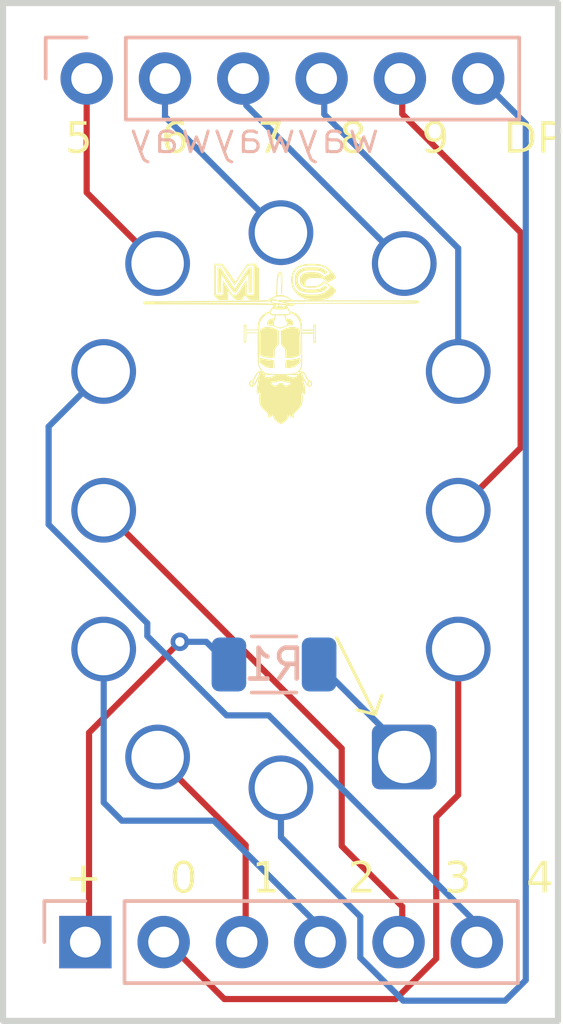
<source format=kicad_pcb>
(kicad_pcb (version 20240108) (generator "pcbnew") (generator_version "8.0")
  (layers (0 "F.Cu" signal) (31 "B.Cu" signal) (34 "B.Paste" user) (35 "F.Paste" user) (36 "B.SilkS" user "B.Silkscreen") (37 "F.SilkS" user "F.Silkscreen") (38 "B.Mask" user) (39 "F.Mask" user) (44 "Edge.Cuts" user))
  (net 0 "")
  (net 1 "Net-(J1-Pad06)")
  (net 2 "Net-(J1-Pad04)")
  (net 3 "Net-(J2-Pad05)")
  (net 4 "Net-(J1-Pad02)")
  (net 5 "Net-(J1-Pad03)")
  (net 6 "Net-(J1-Pad05)")
  (net 7 "Net-(NT1-Pad1)")
  (net 8 "Net-(J2-Pad02)")
  (net 9 "Net-(J2-Pad06)")
  (net 10 "Net-(J2-Pad04)")
  (net 11 "Net-(J1-Pad01)")
  (net 12 "Net-(J2-Pad03)")
  (net 13 "Net-(J2-Pad01)")
  (footprint "*Custom Items:IN-12" (layer "F.Cu") (at 142 88)
    (property "Reference" "NT1" (hide yes))
    (property "Value" "~" (hide yes))
  )
  (footprint "Connector_PinHeader_2.54mm:PinHeader_1x06_P2.54mm_Vertical" (layer "B.Cu") (at 135.698157 74.00356 -90)
    (property "Reference" "J2" (hide yes))
    (property "Value" "TSW-106-07-G-S-LL" (hide yes))
  )
  (footprint "Connector_PinHeader_2.54mm:PinHeader_1x06_P2.54mm_Vertical" (layer "B.Cu") (at 135.655 102 -90)
    (property "Reference" "J1" (hide yes))
    (property "Value" "TSW-106-07-G-S-LL" (hide yes))
  )
  (footprint "Resistor_SMD:R_1206_3216Metric" (layer "B.Cu") (at 141.775 93)
    (property "Reference" "R1")
    (property "Value" "R")
  )
  (gr_poly (pts (xy 143.057027 80.009741) (xy 143.115525 80.012088) (xy 143.149188 80.014049) (xy 143.180826 80.016485) (xy 143.210604 80.019444) (xy 143.238688 80.022977) (xy 143.265242 80.027133) (xy 143.290432 80.031961) (xy 143.314423 80.03751) (xy 143.337379 80.04383) (xy 143.359467 80.05097) (xy 143.38085 80.058979) (xy 143.401695 80.067907) (xy 143.422165 80.077802) (xy 143.442427 80.088716) (xy 143.462646 80.100695) (xy 143.482985 80.113791) (xy 143.503611 80.128052) (xy 143.5289 80.147167) (xy 143.554858 80.168765) (xy 143.581112 80.192384) (xy 143.607291 80.217558) (xy 143.633022 80.243825) (xy 143.657932 80.27072) (xy 143.681649 80.297779) (xy 143.7038 80.324538) (xy 143.724012 80.350533) (xy 143.741913 80.375301) (xy 143.757131 80.398378) (xy 143.769293 80.419299) (xy 143.778026 80.437601) (xy 143.780991 80.445624) (xy 143.782958 80.452819) (xy 143.783882 80.459127) (xy 143.783717 80.46449) (xy 143.782414 80.468851) (xy 143.779929 80.472151) (xy 143.772484 80.477991) (xy 143.761235 80.485775) (xy 143.729582 80.505897) (xy 143.689483 80.529953) (xy 143.64545 80.555381) (xy 143.601998 80.579619) (xy 143.563641 80.600104) (xy 143.53489 80.614274) (xy 143.525528 80.618191) (xy 143.520261 80.619567) (xy 143.519368 80.619504) (xy 143.518366 80.619317) (xy 143.517258 80.619009) (xy 143.516049 80.618583) (xy 143.513342 80.61739) (xy 143.510278 80.615762) (xy 143.506889 80.613725) (xy 143.503206 80.611302) (xy 143.499264 80.608519) (xy 143.495092 80.605401) (xy 143.490725 80.601972) (xy 143.486193 80.598256) (xy 143.48153 80.59428) (xy 143.476767 80.590066) (xy 143.471937 80.585641) (xy 143.467072 80.581028) (xy 143.462204 80.576253) (xy 143.457365 80.57134) (xy 143.441488 80.555213) (xy 143.42667 80.540917) (xy 143.412549 80.528345) (xy 143.405637 80.522671) (xy 143.398762 80.517386) (xy 143.391881 80.512478) (xy 143.384947 80.507932) (xy 143.377915 80.503734) (xy 143.37074 80.499872) (xy 143.363376 80.496332) (xy 143.355779 80.493099) (xy 143.347902 80.49016) (xy 143.339701 80.487502) (xy 143.331129 80.485111) (xy 143.322143 80.482972) (xy 143.312696 80.481074) (xy 143.302742 80.479401) (xy 143.292238 80.477941) (xy 143.281137 80.476679) (xy 143.256963 80.474697) (xy 143.229859 80.473345) (xy 143.199461 80.472515) (xy 143.165406 80.472097) (xy 143.127333 80.471982) (xy 143.069101 80.472123) (xy 143.023214 80.472703) (xy 142.987554 80.47396) (xy 142.972895 80.474917) (xy 142.959998 80.476132) (xy 142.948596 80.477634) (xy 142.938426 80.479455) (xy 142.929221 80.481622) (xy 142.920717 80.484166) (xy 142.912649 80.487117) (xy 142.904751 80.490504) (xy 142.888407 80.498705) (xy 142.882587 80.501953) (xy 142.876919 80.505395) (xy 142.871406 80.509025) (xy 142.866051 80.512837) (xy 142.860857 80.516825) (xy 142.855827 80.520985) (xy 142.850966 80.525309) (xy 142.846275 80.529793) (xy 142.841757 80.534431) (xy 142.837417 80.539216) (xy 142.833258 80.544144) (xy 142.829281 80.549209) (xy 142.825492 80.554404) (xy 142.821892 80.559725) (xy 142.818485 80.565165) (xy 142.815274 80.570719) (xy 142.812262 80.57638) (xy 142.809453 80.582144) (xy 142.806849 80.588005) (xy 142.804454 80.593957) (xy 142.802271 80.599994) (xy 142.800303 80.60611) (xy 142.798554 80.6123) (xy 142.797026 80.618558) (xy 142.795722 80.624879) (xy 142.794646 80.631256) (xy 142.793802 80.637684) (xy 142.793191 80.644157) (xy 142.792817 80.65067) (xy 142.792684 80.657217) (xy 142.792795 80.663792) (xy 142.793153 80.670389) (xy 142.793793 80.678754) (xy 142.794464 80.686135) (xy 142.795232 80.692607) (xy 142.796163 80.698244) (xy 142.79671 80.700773) (xy 142.797322 80.703121) (xy 142.798007 80.705298) (xy 142.798775 80.707313) (xy 142.799632 80.709175) (xy 142.800588 80.710893) (xy 142.80165 80.712478) (xy 142.802826 80.713938) (xy 142.804126 80.715283) (xy 142.805557 80.716521) (xy 142.807127 80.717663) (xy 142.808845 80.718718) (xy 142.810719 80.719694) (xy 142.812757 80.720602) (xy 142.814967 80.721451) (xy 142.817358 80.722249) (xy 142.822714 80.723733) (xy 142.828892 80.725129) (xy 142.835956 80.726511) (xy 142.843973 80.727955) (xy 142.858737 80.73021) (xy 142.875286 80.73212) (xy 142.912688 80.734918) (xy 142.954078 80.736373) (xy 142.997359 80.73651) (xy 143.040432 80.735355) (xy 143.081197 80.732933) (xy 143.117558 80.729268) (xy 143.13343 80.726977) (xy 143.147414 80.724385) (xy 143.163002 80.720923) (xy 143.177587 80.717325) (xy 143.191267 80.713538) (xy 143.204138 80.709508) (xy 143.216297 80.705181) (xy 143.227841 80.700504) (xy 143.238866 80.695422) (xy 143.249469 80.689883) (xy 143.259747 80.683833) (xy 143.269797 80.677217) (xy 143.279715 80.669982) (xy 143.289599 80.662075) (xy 143.299544 80.653442) (xy 143.309649 80.644028) (xy 143.320008 80.633781) (xy 143.33072 80.622646) (xy 143.380621 80.569656) (xy 143.517423 80.649097) (xy 143.54392 80.66498) (xy 143.570193 80.681681) (xy 143.596018 80.698999) (xy 143.62117 80.716734) (xy 143.645422 80.734687) (xy 143.668549 80.752658) (xy 143.690327 80.770447) (xy 143.710529 80.787854) (xy 143.72893 80.804679) (xy 143.745305 80.820723) (xy 143.759429 80.835785) (xy 143.771075 80.849666) (xy 143.78002 80.862165) (xy 143.786036 80.873084) (xy 143.787876 80.877888) (xy 143.7889 80.882222) (xy 143.789079 80.886061) (xy 143.788385 80.889379) (xy 143.785275 80.896254) (xy 143.780659 80.90442) (xy 143.774686 80.913704) (xy 143.767506 80.923935) (xy 143.759268 80.934943) (xy 143.75012 80.946555) (xy 143.740213 80.9586) (xy 143.729694 80.970908) (xy 143.718713 80.983306) (xy 143.707418 80.995624) (xy 143.69596 81.007689) (xy 143.684488 81.019332) (xy 143.673149 81.030379) (xy 143.662093 81.040661) (xy 143.65147 81.050005) (xy 143.641429 81.05824) (xy 143.616526 81.077219) (xy 143.592354 81.094307) (xy 143.568547 81.109593) (xy 143.544739 81.123168) (xy 143.520563 81.135122) (xy 143.495654 81.145546) (xy 143.469644 81.154531) (xy 143.442168 81.162166) (xy 143.41286 81.168541) (xy 143.381353 81.173749) (xy 143.347281 81.177877) (xy 143.310278 81.181018) (xy 143.269978 81.183261) (xy 143.226014 81.184696) (xy 143.178021 81.185415) (xy 143.125631 81.185507) (xy 143.072707 81.185076) (xy 143.024788 81.184167) (xy 142.981903 81.182781) (xy 142.94408 81.180921) (xy 142.911347 81.178587) (xy 142.883733 81.175782) (xy 142.861266 81.172506) (xy 142.843974 81.168763) (xy 142.843971 81.168773) (xy 142.813517 81.160062) (xy 142.784402 81.150735) (xy 142.75652 81.140724) (xy 142.729765 81.129958) (xy 142.704032 81.118369) (xy 142.679214 81.105888) (xy 142.655204 81.092444) (xy 142.631897 81.077969) (xy 142.609187 81.062393) (xy 142.586967 81.045647) (xy 142.565132 81.027662) (xy 142.543575 81.008368) (xy 142.522189 80.987696) (xy 142.50087 80.965577) (xy 142.47951 80.941941) (xy 142.458005 80.91672) (xy 142.441531 80.895732) (xy 142.426195 80.873874) (xy 142.411994 80.851212) (xy 142.398926 80.827813) (xy 142.386989 80.803744) (xy 142.376181 80.779071) (xy 142.3665 80.75386) (xy 142.357942 80.728179) (xy 142.344191 80.675669) (xy 142.33491 80.622073) (xy 142.330081 80.567925) (xy 142.329846 80.535601) (xy 142.381369 80.535601) (xy 142.382078 80.564684) (xy 142.384342 80.593532) (xy 142.388196 80.622) (xy 142.395506 80.659505) (xy 142.404722 80.694954) (xy 142.415872 80.728374) (xy 142.422182 80.744333) (xy 142.428985 80.759795) (xy 142.436287 80.774764) (xy 142.444089 80.789244) (xy 142.452395 80.803238) (xy 142.46121 80.81675) (xy 142.470536 80.829784) (xy 142.480376 80.842342) (xy 142.490736 80.854429) (xy 142.501617 80.866047) (xy 142.513023 80.877202) (xy 142.524958 80.887895) (xy 142.537426 80.898131) (xy 142.550429 80.907913) (xy 142.563971 80.917245) (xy 142.578056 80.92613) (xy 142.592687 80.934572) (xy 142.607868 80.942575) (xy 142.639893 80.957275) (xy 142.674157 80.970259) (xy 142.710689 80.981556) (xy 142.749518 80.991193) (xy 142.769869 80.994969) (xy 142.794119 80.998257) (xy 142.852171 81.003366) (xy 142.91938 81.00651) (xy 142.991453 81.007678) (xy 143.064098 81.00686) (xy 143.133022 81.004046) (xy 143.193934 80.999224) (xy 143.220043 80.996057) (xy 143.242539 80.992384) (xy 143.242539 80.992397) (xy 143.26135 80.988476) (xy 143.281185 80.983755) (xy 143.301445 80.978416) (xy 143.321532 80.972636) (xy 143.340849 80.966595) (xy 143.3588 80.960472) (xy 143.374785 80.954448) (xy 143.388208 80.948701) (xy 143.399818 80.942564) (xy 143.413245 80.934202) (xy 143.428133 80.923934) (xy 143.44413 80.912082) (xy 143.460881 80.898965) (xy 143.478033 80.884904) (xy 143.495231 80.870218) (xy 143.512122 80.855229) (xy 143.528351 80.840256) (xy 143.543564 80.82562) (xy 143.557409 80.81164) (xy 143.569529 80.798637) (xy 143.579573 80.786931) (xy 143.587185 80.776843) (xy 143.592012 80.768693) (xy 143.59327 80.765444) (xy 143.593699 80.7628) (xy 143.593568 80.762084) (xy 143.593177 80.761223) (xy 143.592533 80.760221) (xy 143.591644 80.759084) (xy 143.589151 80.756421) (xy 143.585752 80.753271) (xy 143.581497 80.749671) (xy 143.576437 80.745656) (xy 143.570626 80.741265) (xy 143.564113 80.736534) (xy 143.556951 80.7315) (xy 143.549192 80.726199) (xy 143.540887 80.720669) (xy 143.532088 80.714946) (xy 143.522846 80.709068) (xy 143.513213 80.70307) (xy 143.503241 80.696991) (xy 143.492981 80.690866) (xy 143.392263 80.631375) (xy 143.356398 80.67222) (xy 143.352397 80.676551) (xy 143.347825 80.681092) (xy 143.342735 80.685806) (xy 143.337181 80.690655) (xy 143.331213 80.695602) (xy 143.324886 80.700609) (xy 143.318253 80.705639) (xy 143.311365 80.710653) (xy 143.304276 80.715614) (xy 143.297038 80.720485) (xy 143.289705 80.725227) (xy 143.282329 80.729803) (xy 143.274963 80.734176) (xy 143.26766 80.738307) (xy 143.260471 80.742159) (xy 143.253452 80.745695) (xy 143.242391 80.750986) (xy 143.232058 80.755692) (xy 143.222201 80.759853) (xy 143.21257 80.763509) (xy 143.202912 80.766701) (xy 143.192977 80.76947) (xy 143.182513 80.771855) (xy 143.171268 80.773897) (xy 143.158992 80.775637) (xy 143.145432 80.777116) (xy 143.130337 80.778372) (xy 143.113456 80.779448) (xy 143.094538 80.780383) (xy 143.073331 80.781217) (xy 143.023044 80.782748) (xy 142.959238 80.783825) (xy 142.93116 80.783714) (xy 142.905369 80.783122) (xy 142.881667 80.782015) (xy 142.859855 80.780357) (xy 142.839736 80.778114) (xy 142.821112 80.775249) (xy 142.803785 80.771729) (xy 142.787557 80.767517) (xy 142.772231 80.762579) (xy 142.757609 80.75688) (xy 142.743492 80.750384) (xy 142.729684 80.743056) (xy 142.715985 80.734862) (xy 142.702199 80.725765) (xy 142.690447 80.717263) (xy 142.684932 80.712941) (xy 142.679654 80.708561) (xy 142.674608 80.704116) (xy 142.669792 80.699598) (xy 142.665202 80.694999) (xy 142.660834 80.690312) (xy 142.656686 80.68553) (xy 142.652753 80.680644) (xy 142.649032 80.675648) (xy 142.64552 80.670533) (xy 142.642212 80.665291) (xy 142.639107 80.659916) (xy 142.6362 80.654399) (xy 142.633487 80.648734) (xy 142.630966 80.642912) (xy 142.628633 80.636925) (xy 142.626484 80.630767) (xy 142.624515 80.624429) (xy 142.622725 80.617904) (xy 142.621108 80.611184) (xy 142.619661 80.604262) (xy 142.618382 80.59713) (xy 142.61631 80.582205) (xy 142.614865 80.566349) (xy 142.614018 80.549501) (xy 142.613741 80.5316) (xy 142.613938 80.515294) (xy 142.614555 80.500095) (xy 142.615631 80.485909) (xy 142.617207 80.472641) (xy 142.619322 80.460195) (xy 142.622016 80.448477) (xy 142.625329 80.437391) (xy 142.6293 80.426842) (xy 142.63397 80.416737) (xy 142.639379 80.406978) (xy 142.645565 80.397473) (xy 142.652569 80.388125) (xy 142.660431 80.378839) (xy 142.66919 80.369522) (xy 142.678887 80.360077) (xy 142.68956 80.350409) (xy 142.70002 80.341605) (xy 142.710517 80.333596) (xy 142.721216 80.326337) (xy 142.732281 80.319786) (xy 142.743876 80.313898) (xy 142.749925 80.311189) (xy 142.756168 80.30863) (xy 142.76932 80.303938) (xy 142.783497 80.299779) (xy 142.798864 80.296109) (xy 142.815585 80.292885) (xy 142.833826 80.290062) (xy 142.85375 80.287597) (xy 142.875522 80.285447) (xy 142.899308 80.283568) (xy 142.925272 80.281915) (xy 142.953578 80.280447) (xy 142.990924 80.279327) (xy 143.027113 80.279525) (xy 143.06207 80.281016) (xy 143.095723 80.283779) (xy 143.127997 80.287792) (xy 143.158818 80.293031) (xy 143.188114 80.299474) (xy 143.21581 80.307099) (xy 143.241833 80.315883) (xy 143.266109 80.325804) (xy 143.288564 80.336839) (xy 143.309126 80.348966) (xy 143.32772 80.362163) (xy 143.344272 80.376406) (xy 143.358709 80.391674) (xy 143.370958 80.407944) (xy 143.388269 80.434014) (xy 143.484989 80.378225) (xy 143.504546 80.366812) (xy 143.523036 80.355767) (xy 143.540039 80.34536) (xy 143.555131 80.335861) (xy 143.567889 80.32754) (xy 143.577893 80.320668) (xy 143.584719 80.315515) (xy 143.586809 80.313667) (xy 143.587946 80.31235) (xy 143.58868 80.310345) (xy 143.58876 80.307814) (xy 143.588214 80.30479) (xy 143.58707 80.301302) (xy 143.585358 80.297382) (xy 143.583106 80.29306) (xy 143.577094 80.283334) (xy 143.569264 80.27237) (xy 143.559843 80.260414) (xy 143.54906 80.247712) (xy 143.537144 80.234511) (xy 143.524323 80.221056) (xy 143.510824 80.207593) (xy 143.496877 80.194368) (xy 143.48271 80.181627) (xy 143.468551 80.169618) (xy 143.454628 80.158584) (xy 143.44117 80.148773) (xy 143.428405 80.140431) (xy 143.409545 80.12932) (xy 143.391064 80.1193) (xy 143.37268 80.110319) (xy 143.354112 80.102325) (xy 143.335078 80.095267) (xy 143.315296 80.089094) (xy 143.294483 80.083754) (xy 143.272359 80.079195) (xy 143.24864 80.075365) (xy 143.223046 80.072213) (xy 143.195294 80.069688) (xy 143.165102 80.067738) (xy 143.132188 80.06631) (xy 143.096271 80.065355) (xy 143.057069 80.064819) (xy 143.0143 80.064652) (xy 142.928352 80.065588) (xy 142.848415 80.068137) (xy 142.813489 80.069895) (xy 142.783413 80.07191) (xy 142.759303 80.074134) (xy 142.742274 80.076517) (xy 142.725768 80.08001) (xy 142.708798 80.084389) (xy 142.691496 80.089585) (xy 142.673995 80.095531) (xy 142.656427 80.102161) (xy 142.638927 80.109406) (xy 142.621627 80.117199) (xy 142.60466 80.125473) (xy 142.588159 80.134161) (xy 142.572257 80.143194) (xy 142.557086 80.152506) (xy 142.542781 80.162029) (xy 142.529473 80.171696) (xy 142.517296 80.18144) (xy 142.506382 80.191192) (xy 142.496865 80.200886) (xy 142.480714 80.220069) (xy 142.465639 80.240868) (xy 142.451677 80.263141) (xy 142.438866 80.286746) (xy 142.42724 80.31154) (xy 142.416838 80.337381) (xy 142.407697 80.364126) (xy 142.399852 80.391632) (xy 142.393341 80.419758) (xy 142.3882 80.44836) (xy 142.384467 80.477296) (xy 142.382178 80.506424) (xy 142.381369 80.535601) (xy 142.329846 80.535601) (xy 142.329686 80.513755) (xy 142.333708 80.460097) (xy 142.342128 80.407482) (xy 142.354928 80.356442) (xy 142.362965 80.33168) (xy 142.372091 80.307511) (xy 142.382303 80.284001) (xy 142.393599 80.261219) (xy 142.405976 80.239229) (xy 142.419433 80.218099) (xy 142.433967 80.197895) (xy 142.449576 80.178683) (xy 142.466258 80.160531) (xy 142.484011 80.143505) (xy 142.507288 80.124141) (xy 142.532346 80.106343) (xy 142.559266 80.090093) (xy 142.588129 80.075375) (xy 142.619016 80.062172) (xy 142.652008 80.050466) (xy 142.687186 80.040242) (xy 142.724631 80.031482) (xy 142.764424 80.024169) (xy 142.806646 80.018286) (xy 142.851378 80.013818) (xy 142.898701 80.010746) (xy 142.948696 80.009053) (xy 143.001445 80.008724)) (stroke (width -0.000001)) (fill solid) (layer "F.SilkS"))
  (gr_poly (pts (xy 141.988482 80.265409) (xy 141.993706 80.265696) (xy 141.998613 80.266247) (xy 142.003213 80.267121) (xy 142.007515 80.268376) (xy 142.009557 80.269165) (xy 142.011528 80.270072) (xy 142.013429 80.271103) (xy 142.015261 80.272267) (xy 142.017025 80.27357) (xy 142.018723 80.275021) (xy 142.020356 80.276625) (xy 142.021924 80.278392) (xy 142.023429 80.280327) (xy 142.024872 80.28244) (xy 142.026255 80.284736) (xy 142.027577 80.287223) (xy 142.028841 80.289909) (xy 142.030048 80.2928) (xy 142.032293 80.299231) (xy 142.034323 80.306575) (xy 142.036145 80.31489) (xy 142.03777 80.324235) (xy 142.039207 80.334669) (xy 142.040464 80.346252) (xy 142.04155 80.359042) (xy 142.042475 80.373099) (xy 142.043248 80.38848) (xy 142.043879 80.405246) (xy 142.044375 80.423455) (xy 142.044747 80.443167) (xy 142.045152 80.487332) (xy 142.045168 80.538213) (xy 142.044868 80.596283) (xy 142.044325 80.662013) (xy 142.042075 80.839385) (xy 142.040567 80.899205) (xy 142.038614 80.942901) (xy 142.036072 80.972813) (xy 142.032798 80.991281) (xy 142.030841 80.996955) (xy 142.028647 81.000646) (xy 142.026199 81.002646) (xy 142.023478 81.003248) (xy 142.022088 81.0031) (xy 142.020764 81.002632) (xy 142.019505 81.001809) (xy 142.018308 81.000594) (xy 142.01717 80.998952) (xy 142.016089 80.996847) (xy 142.015063 80.994242) (xy 142.014089 80.991102) (xy 142.013165 80.987392) (xy 142.012287 80.983074) (xy 142.011454 80.978113) (xy 142.010664 80.972473) (xy 142.009913 80.966119) (xy 142.009199 80.959014) (xy 142.008519 80.951123) (xy 142.007872 80.942409) (xy 142.006664 80.92237) (xy 142.005555 80.898611) (xy 142.004525 80.870843) (xy 142.003555 80.83878) (xy 142.002623 80.802134) (xy 142.001711 80.760619) (xy 141.999865 80.661829) (xy 141.997655 80.549268) (xy 141.995168 80.461926) (xy 141.992073 80.397291) (xy 141.988042 80.352856) (xy 141.985572 80.337429) (xy 141.982745 80.326111) (xy 141.97952 80.318588) (xy 141.975854 80.314546) (xy 141.973844 80.313733) (xy 141.971708 80.313672) (xy 141.96704 80.315653) (xy 141.961809 80.320173) (xy 141.955973 80.326921) (xy 141.952131 80.332548) (xy 141.948143 80.339861) (xy 141.94405 80.348711) (xy 141.939891 80.358952) (xy 141.935706 80.370438) (xy 141.931534 80.38302) (xy 141.927415 80.396553) (xy 141.923388 80.41089) (xy 141.919494 80.425883) (xy 141.915773 80.441386) (xy 141.912262 80.457252) (xy 141.909004 80.473334) (xy 141.906036 80.489485) (xy 141.903399 80.505558) (xy 141.901132 80.521407) (xy 141.899275 80.536884) (xy 141.897463 80.556534) (xy 141.895473 80.583052) (xy 141.891223 80.652027) (xy 141.887047 80.734482) (xy 141.883465 80.821092) (xy 141.875899 81.028557) (xy 141.96445 81.023525) (xy 141.985752 81.022744) (xy 142.006661 81.022863) (xy 142.027243 81.023905) (xy 142.047563 81.02589) (xy 142.067689 81.02884) (xy 142.087685 81.032777) (xy 142.107618 81.037721) (xy 142.127553 81.043695) (xy 142.147556 81.05072) (xy 142.167695 81.058817) (xy 142.188033 81.068008) (xy 142.208638 81.078314) (xy 142.229575 81.089757) (xy 142.25091 81.102358) (xy 142.272709 81.116139) (xy 142.295038 81.131121) (xy 142.383589 81.19216) (xy 144.423094 81.195577) (xy 146.462598 81.198993) (xy 146.46989 81.228015) (xy 146.471951 81.236994) (xy 146.472739 81.241147) (xy 146.473352 81.245085) (xy 146.473783 81.248814) (xy 146.474022 81.252343) (xy 146.47406 81.255678) (xy 146.47389 81.258825) (xy 146.473501 81.261793) (xy 146.472886 81.264587) (xy 146.472035 81.267216) (xy 146.47094 81.269685) (xy 146.469592 81.272003) (xy 146.467982 81.274176) (xy 146.466101 81.276211) (xy 146.463941 81.278115) (xy 146.461492 81.279895) (xy 146.458747 81.281559) (xy 146.455695 81.283113) (xy 146.452329 81.284564) (xy 146.448639 81.285919) (xy 146.444617 81.287186) (xy 146.440254 81.28837) (xy 146.435541 81.289481) (xy 146.430469 81.290524) (xy 146.42503 81.291506) (xy 146.413015 81.293316) (xy 146.399424 81.294969) (xy 146.384187 81.296519) (xy 146.205168 81.299496) (xy 145.777438 81.30196) (xy 144.432064 81.30434) (xy 143.091922 81.306694) (xy 142.497754 81.312091) (xy 142.488321 81.31328) (xy 142.47979 81.314488) (xy 142.472104 81.315744) (xy 142.465209 81.317075) (xy 142.459046 81.31851) (xy 142.453561 81.320075) (xy 142.448697 81.321801) (xy 142.444398 81.323713) (xy 142.440608 81.325841) (xy 142.43727 81.328213) (xy 142.434329 81.330856) (xy 142.431727 81.333798) (xy 142.42941 81.337068) (xy 142.427321 81.340693) (xy 142.425404 81.344702) (xy 142.423602 81.349123) (xy 142.421607 81.35427) (xy 142.420644 81.356599) (xy 142.419675 81.358769) (xy 142.418678 81.360786) (xy 142.417632 81.362652) (xy 142.416513 81.364373) (xy 142.415302 81.365952) (xy 142.413974 81.367394) (xy 142.41251 81.368702) (xy 142.410887 81.369881) (xy 142.409082 81.370934) (xy 142.407075 81.371866) (xy 142.404843 81.372681) (xy 142.402365 81.373383) (xy 142.399619 81.373975) (xy 142.396582 81.374463) (xy 142.393233 81.37485) (xy 142.389551 81.375141) (xy 142.385513 81.375338) (xy 142.381097 81.375447) (xy 142.376281 81.375472) (xy 142.371045 81.375416) (xy 142.365365 81.375284) (xy 142.352589 81.374807) (xy 142.337778 81.374073) (xy 142.301352 81.371968) (xy 142.190306 81.365338) (xy 142.211375 81.402717) (xy 142.235844 81.445471) (xy 142.256819 81.480562) (xy 142.274764 81.508597) (xy 142.282745 81.520156) (xy 142.290142 81.530179) (xy 142.297015 81.538739) (xy 142.303419 81.545912) (xy 142.309415 81.551775) (xy 142.315059 81.556402) (xy 142.320409 81.55987) (xy 142.325525 81.562253) (xy 142.330463 81.563628) (xy 142.335281 81.564069) (xy 142.343331 81.564313) (xy 142.351623 81.565036) (xy 142.368848 81.567863) (xy 142.386787 81.572441) (xy 142.405272 81.578659) (xy 142.424131 81.586408) (xy 142.443197 81.595577) (xy 142.4623 81.606056) (xy 142.48127 81.617736) (xy 142.499938 81.630506) (xy 142.518135 81.644257) (xy 142.535692 81.658878) (xy 142.552438 81.674259) (xy 142.568206 81.690291) (xy 142.582824 81.706864) (xy 142.596125 81.723866) (xy 142.607939 81.74119) (xy 142.616196 81.755153) (xy 142.624121 81.77031) (xy 142.631685 81.786552) (xy 142.638861 81.803769) (xy 142.645622 81.821851) (xy 142.651939 81.840688) (xy 142.657786 81.860171) (xy 142.663134 81.88019) (xy 142.667956 81.900635) (xy 142.672225 81.921396) (xy 142.675913 81.942364) (xy 142.678992 81.963429) (xy 142.681435 81.984481) (xy 142.683214 82.005411) (xy 142.684302 82.026108) (xy 142.68467 82.046464) (xy 142.68467 82.142597) (xy 143.050679 82.142597) (xy 143.050679 81.977303) (xy 143.133326 81.977303) (xy 143.133326 82.579447) (xy 143.051385 82.579447) (xy 143.048086 82.428909) (xy 143.044788 82.278375) (xy 143.043207 82.278346) (xy 143.074205 82.278346) (xy 143.07489 82.41387) (xy 143.075835 82.462144) (xy 143.077261 82.4989) (xy 143.079227 82.525243) (xy 143.081793 82.542279) (xy 143.083319 82.547653) (xy 143.085018 82.551114) (xy 143.086896 82.552801) (xy 143.088961 82.552853) (xy 143.089992 82.552319) (xy 143.090979 82.551408) (xy 143.091922 82.550106) (xy 143.092822 82.548399) (xy 143.093679 82.546273) (xy 143.094496 82.543713) (xy 143.095272 82.540706) (xy 143.096008 82.537236) (xy 143.097363 82.528854) (xy 143.098568 82.518452) (xy 143.09963 82.505918) (xy 143.100553 82.491137) (xy 143.101345 82.473996) (xy 143.102011 82.45438) (xy 143.102558 82.432176) (xy 143.102992 82.40727) (xy 143.103544 82.348895) (xy 143.103717 82.278346) (xy 143.102992 82.149423) (xy 143.102011 82.102313) (xy 143.100553 82.065556) (xy 143.098568 82.038241) (xy 143.096008 82.019457) (xy 143.094496 82.01298) (xy 143.092822 82.008294) (xy 143.090979 82.005285) (xy 143.088961 82.003839) (xy 143.087905 82.003669) (xy 143.086896 82.003891) (xy 143.085934 82.004521) (xy 143.085018 82.005578) (xy 143.084147 82.007078) (xy 143.083319 82.009039) (xy 143.082535 82.011478) (xy 143.081793 82.014413) (xy 143.081092 82.017859) (xy 143.080431 82.021836) (xy 143.079227 82.031448) (xy 143.078173 82.043387) (xy 143.077261 82.057791) (xy 143.076484 82.074799) (xy 143.075835 82.094547) (xy 143.075306 82.117175) (xy 143.07489 82.142821) (xy 143.074579 82.171623) (xy 143.074367 82.203719) (xy 143.074205 82.278346) (xy 143.043207 82.278346) (xy 142.863988 82.275111) (xy 142.683188 82.271848) (xy 142.686893 82.806413) (xy 142.688567 83.113427) (xy 142.688233 83.210435) (xy 142.68679 83.27862) (xy 142.683992 83.324614) (xy 142.679593 83.355047) (xy 142.673346 83.376552) (xy 142.665005 83.395761) (xy 142.659603 83.406927) (xy 142.65406 83.417655) (xy 142.648532 83.427688) (xy 142.643177 83.436771) (xy 142.638153 83.444644) (xy 142.633615 83.451052) (xy 142.631579 83.453626) (xy 142.629723 83.455737) (xy 142.628068 83.457353) (xy 142.626632 83.458442) (xy 142.624544 83.459797) (xy 142.622649 83.461156) (xy 142.620946 83.462517) (xy 142.619433 83.463876) (xy 142.618107 83.465231) (xy 142.616968 83.466578) (xy 142.616013 83.467914) (xy 142.61524 83.469237) (xy 142.614647 83.470544) (xy 142.614233 83.471831) (xy 142.613995 83.473096) (xy 142.613931 83.474335) (xy 142.61404 83.475545) (xy 142.614319 83.476724) (xy 142.614767 83.477869) (xy 142.615382 83.478976) (xy 142.616162 83.480042) (xy 142.617104 83.481065) (xy 142.618207 83.482041) (xy 142.61947 83.482968) (xy 142.620889 83.483842) (xy 142.622464 83.484661) (xy 142.624191 83.485421) (xy 142.62607 83.48612) (xy 142.628099 83.486754) (xy 142.630275 83.48732) (xy 142.632596 83.487816) (xy 142.635061 83.488238) (xy 142.637667 83.488584) (xy 142.640413 83.48885) (xy 142.643297 83.489034) (xy 142.646317 83.489132) (xy 142.65947 83.489749) (xy 142.665788 83.490364) (xy 142.671944 83.491194) (xy 142.677948 83.492245) (xy 142.683809 83.493525) (xy 142.689535 83.495042) (xy 142.695134 83.496802) (xy 142.700617 83.498814) (xy 142.705991 83.501084) (xy 142.711266 83.50362) (xy 142.71645 83.50643) (xy 142.721552 83.50952) (xy 142.72658 83.512898) (xy 142.731544 83.516572) (xy 142.736452 83.520548) (xy 142.741313 83.524835) (xy 142.746136 83.52944) (xy 142.75093 83.534369) (xy 142.755703 83.539631) (xy 142.765222 83.551182) (xy 142.774763 83.564151) (xy 142.784398 83.578598) (xy 142.794196 83.59458) (xy 142.804227 83.612159) (xy 142.814562 83.631392) (xy 142.840962 83.681368) (xy 142.862209 83.720111) (xy 142.871245 83.73571) (xy 142.879407 83.749028) (xy 142.886834 83.760243) (xy 142.893663 83.769529) (xy 142.900032 83.777063) (xy 142.906081 83.783022) (xy 142.911946 83.78758) (xy 142.917766 83.790915) (xy 142.92368 83.793203) (xy 142.929825 83.794618) (xy 142.93634 83.795339) (xy 142.943363 83.79554) (xy 142.949397 83.79592) (xy 142.955207 83.797033) (xy 142.960784 83.798841) (xy 142.96612 83.801303) (xy 142.971206 83.80438) (xy 142.976034 83.808032) (xy 142.980595 83.81222) (xy 142.98488 83.816905) (xy 142.988881 83.822046) (xy 142.992589 83.827604) (xy 142.995995 83.833539) (xy 142.999091 83.839813) (xy 143.001868 83.846385) (xy 143.004318 83.853216) (xy 143.006432 83.860266) (xy 143.0082 83.867496) (xy 143.009616 83.874866) (xy 143.010669 83.882337) (xy 143.011352 83.889869) (xy 143.011656 83.897422) (xy 143.011572 83.904957) (xy 143.011091 83.912435) (xy 143.010205 83.919815) (xy 143.008905 83.927059) (xy 143.007183 83.934126) (xy 143.00503 83.940977) (xy 143.002437 83.947573) (xy 142.999396 83.953874) (xy 142.995898 83.959841) (xy 142.991935 83.965433) (xy 142.987497 83.970612) (xy 142.982576 83.975337) (xy 142.976395 83.980438) (xy 142.970223 83.984996) (xy 142.964059 83.98901) (xy 142.957903 83.992481) (xy 142.951754 83.995408) (xy 142.945614 83.997792) (xy 142.93948 83.999631) (xy 142.933353 84.000927) (xy 142.927233 84.001678) (xy 142.92112 84.001884) (xy 142.915012 84.001546) (xy 142.90891 84.000664) (xy 142.902814 83.999236) (xy 142.896723 83.997263) (xy 142.890636 83.994745) (xy 142.884555 83.991682) (xy 142.878478 83.988073) (xy 142.872405 83.983919) (xy 142.866336 83.979219) (xy 142.86027 83.973972) (xy 142.854207 83.96818) (xy 142.848148 83.961841) (xy 142.842091 83.954956) (xy 142.836037 83.947524) (xy 142.829984 83.939546) (xy 142.823934 83.93102) (xy 142.817885 83.921948) (xy 142.811837 83.912328) (xy 142.80579 83.902161) (xy 142.799744 83.891446) (xy 142.787653 83.868374) (xy 142.777984 83.84972) (xy 142.769141 83.833991) (xy 142.76116 83.821151) (xy 142.757504 83.815804) (xy 142.754078 83.811167) (xy 142.750885 83.807235) (xy 142.747931 83.804004) (xy 142.745221 83.801469) (xy 142.742757 83.799626) (xy 142.740546 83.798472) (xy 142.738592 83.798001) (xy 142.736899 83.798209) (xy 142.735472 83.799092) (xy 142.734316 83.800645) (xy 142.733435 83.802865) (xy 142.732833 83.805747) (xy 142.732516 83.809286) (xy 142.732488 83.813479) (xy 142.732753 83.818321) (xy 142.733317 83.823807) (xy 142.734183 83.829934) (xy 142.736841 83.84409) (xy 142.740765 83.860756) (xy 142.745991 83.879897) (xy 142.752556 83.901478) (xy 142.759719 83.925409) (xy 142.762885 83.937168) (xy 142.765785 83.948865) (xy 142.768428 83.960555) (xy 142.770822 83.972295) (xy 142.772976 83.984142) (xy 142.774898 83.996152) (xy 142.776597 84.008381) (xy 142.77808 84.020886) (xy 142.780434 84.046947) (xy 142.782029 84.074787) (xy 142.782931 84.104855) (xy 142.783209 84.129383) (xy 142.783075 84.151372) (xy 142.782508 84.170861) (xy 142.781488 84.18789) (xy 142.779996 84.202496) (xy 142.778012 84.21472) (xy 142.775516 84.224599) (xy 142.77407 84.228672) (xy 142.772488 84.232173) (xy 142.770768 84.235107) (xy 142.768908 84.23748) (xy 142.766904 84.239296) (xy 142.764756 84.24056) (xy 142.762459 84.241276) (xy 142.760012 84.241451) (xy 142.757412 84.241088) (xy 142.754657 84.240192) (xy 142.751744 84.238769) (xy 142.748671 84.236822) (xy 142.742033 84.23138) (xy 142.734724 84.223905) (xy 142.726724 84.214436) (xy 142.723501 84.210479) (xy 142.720412 84.206838) (xy 142.717457 84.203513) (xy 142.714637 84.200503) (xy 142.711955 84.197808) (xy 142.70941 84.195425) (xy 142.707005 84.193354) (xy 142.704741 84.191594) (xy 142.702617 84.190144) (xy 142.700637 84.189004) (xy 142.698801 84.188171) (xy 142.697109 84.187645) (xy 142.695564 84.187426) (xy 142.694167 84.187512) (xy 142.692918 84.187902) (xy 142.691819 84.188596) (xy 142.690871 84.189591) (xy 142.690075 84.190888) (xy 142.689432 84.192485) (xy 142.688944 84.194382) (xy 142.688612 84.196577) (xy 142.688437 84.199069) (xy 142.688419 84.201858) (xy 142.688561 84.204943) (xy 142.688864 84.208321) (xy 142.689327 84.211994) (xy 142.689954 84.215959) (xy 142.690745 84.220215) (xy 142.691701 84.224762) (xy 142.692823 84.229599) (xy 142.69557 84.240137) (xy 142.698602 84.252686) (xy 142.70119 84.266758) (xy 142.703337 84.282149) (xy 142.705044 84.298656) (xy 142.706316 84.316077) (xy 142.707154 84.334207) (xy 142.70756 84.352843) (xy 142.707538 84.371783) (xy 142.70709 84.390824) (xy 142.706217 84.409761) (xy 142.704923 84.428393) (xy 142.703211 84.446515) (xy 142.701082 84.463925) (xy 142.698539 84.480419) (xy 142.695585 84.495794) (xy 142.692221 84.509848) (xy 142.685785 84.532554) (xy 142.678892 84.554135) (xy 142.671453 84.574717) (xy 142.66338 84.594428) (xy 142.654586 84.613395) (xy 142.644982 84.631745) (xy 142.63448 84.649605) (xy 142.622993 84.667103) (xy 142.610432 84.684366) (xy 142.596709 84.701521) (xy 142.581736 84.718696) (xy 142.565425 84.736017) (xy 142.547688 84.753612) (xy 142.528437 84.771609) (xy 142.507584 84.790134) (xy 142.48504 84.809314) (xy 142.471591 84.820808) (xy 142.459493 84.831722) (xy 142.448725 84.842103) (xy 142.439266 84.851998) (xy 142.431094 84.861454) (xy 142.424187 84.870516) (xy 142.421201 84.874914) (xy 142.418524 84.879232) (xy 142.416152 84.883474) (xy 142.414083 84.887648) (xy 142.412314 84.891758) (xy 142.410843 84.895811) (xy 142.409666 84.899811) (xy 142.408781 84.903767) (xy 142.408186 84.907682) (xy 142.407877 84.911563) (xy 142.407853 84.915415) (xy 142.408109 84.919245) (xy 142.408644 84.923059) (xy 142.409455 84.926861) (xy 142.410539 84.930659) (xy 142.411893 84.934457) (xy 142.413515 84.938261) (xy 142.415402 84.942079) (xy 142.417552 84.945914) (xy 142.419961 84.949774) (xy 142.422771 84.954135) (xy 142.425223 84.958115) (xy 142.427319 84.96174) (xy 142.429061 84.965038) (xy 142.430452 84.968038) (xy 142.431493 84.970768) (xy 142.431884 84.972039) (xy 142.432188 84.973254) (xy 142.432407 84.974415) (xy 142.432539 84.975526) (xy 142.432586 84.97659) (xy 142.432548 84.977611) (xy 142.432425 84.978592) (xy 142.432217 84.979537) (xy 142.431925 84.98045) (xy 142.431548 84.981333) (xy 142.431088 84.98219) (xy 142.430545 84.983025) (xy 142.429918 84.983841) (xy 142.429208 84.984642) (xy 142.428416 84.985431) (xy 142.427541 84.986212) (xy 142.425546 84.987762) (xy 142.423226 84.989322) (xy 142.41933 84.991726) (xy 142.415709 84.993788) (xy 142.413976 84.994688) (xy 142.412281 84.995501) (xy 142.410614 84.996225) (xy 142.408964 84.996858) (xy 142.407322 84.997401) (xy 142.405677 84.997853) (xy 142.404018 84.998212) (xy 142.402337 84.998477) (xy 142.400622 84.998649) (xy 142.398863 84.998725) (xy 142.39705 84.998705) (xy 142.395173 84.998589) (xy 142.393221 84.998374) (xy 142.391185 84.998061) (xy 142.389054 84.997649) (xy 142.386818 84.997136) (xy 142.384467 84.996522) (xy 142.38199 84.995805) (xy 142.376619 84.994062) (xy 142.370623 84.9919) (xy 142.36392 84.989312) (xy 142.356429 84.986291) (xy 142.348069 84.982829) (xy 142.3438 84.980895) (xy 142.339409 84.978617) (xy 142.334928 84.976024) (xy 142.330391 84.973145) (xy 142.325829 84.970009) (xy 142.321278 84.966644) (xy 142.316768 84.963079) (xy 142.312334 84.959343) (xy 142.308009 84.955465) (xy 142.303826 84.951473) (xy 142.299817 84.947396) (xy 142.296016 84.943264) (xy 142.292456 84.939104) (xy 142.289171 84.934945) (xy 142.286192 84.930816) (xy 142.283553 84.926747) (xy 142.27642 84.915217) (xy 142.273452 84.910604) (xy 142.270852 84.906742) (xy 142.268596 84.903619) (xy 142.26666 84.901223) (xy 142.265804 84.900295) (xy 142.26502 84.899543) (xy 142.264304 84.898967) (xy 142.263653 84.898566) (xy 142.263064 84.898337) (xy 142.262535 84.898279) (xy 142.262061 84.898391) (xy 142.261642 84.898672) (xy 142.261272 84.899119) (xy 142.26095 84.899731) (xy 142.260672 84.900507) (xy 142.260436 84.901446) (xy 142.260076 84.903803) (xy 142.259846 84.90679) (xy 142.259723 84.910397) (xy 142.259682 84.914609) (xy 142.25942 84.922144) (xy 142.258666 84.929878) (xy 142.257433 84.937794) (xy 142.255734 84.945875) (xy 142.250986 84.962464) (xy 142.244521 84.979513) (xy 142.236439 84.996885) (xy 142.226842 85.014447) (xy 142.215828 85.032063) (xy 142.203498 85.049598) (xy 142.189951 85.066919) (xy 142.175289 85.08389) (xy 142.15961 85.100377) (xy 142.143014 85.116244) (xy 142.125602 85.131358) (xy 142.107474 85.145583) (xy 142.08873 85.158785) (xy 142.06947 85.170829) (xy 142.041779 85.186857) (xy 142.018755 85.199808) (xy 142.002797 85.208356) (xy 141.998219 85.210566) (xy 141.996911 85.211082) (xy 141.996307 85.211178) (xy 141.935686 85.177687) (xy 141.935583 85.177659) (xy 141.920219 85.168571) (xy 141.90484 85.158373) (xy 141.889556 85.147192) (xy 141.874481 85.135152) (xy 141.859725 85.12238) (xy 141.845399 85.109) (xy 141.831617 85.095139) (xy 141.818488 85.080921) (xy 141.806125 85.066472) (xy 141.794639 85.051918) (xy 141.784142 85.037383) (xy 141.774745 85.022995) (xy 141.766561 85.008877) (xy 141.7597 84.995156) (xy 141.754274 84.981957) (xy 141.750395 84.969405) (xy 141.74764 84.958909) (xy 141.744858 84.949117) (xy 141.742123 84.940243) (xy 141.739513 84.932502) (xy 141.737102 84.926109) (xy 141.734967 84.921277) (xy 141.734027 84.919513) (xy 141.733184 84.918221) (xy 141.732448 84.917425) (xy 141.732122 84.917222) (xy 141.731828 84.917154) (xy 141.731505 84.917199) (xy 141.731098 84.917333) (xy 141.730037 84.917858) (xy 141.728667 84.918711) (xy 141.727007 84.919875) (xy 141.725078 84.921332) (xy 141.7229 84.923064) (xy 141.720494 84.925054) (xy 141.71788 84.927283) (xy 141.715079 84.929734) (xy 141.712111 84.93239) (xy 141.705756 84.938244) (xy 141.698979 84.944703) (xy 141.691944 84.951626) (xy 141.684464 84.958616) (xy 141.67653 84.965126) (xy 141.668237 84.971126) (xy 141.65968 84.976587) (xy 141.650955 84.981477) (xy 141.642158 84.985769) (xy 141.633383 84.989431) (xy 141.624728 84.992435) (xy 141.616286 84.994751) (xy 141.608154 84.996348) (xy 141.600428 84.997197) (xy 141.593202 84.997269) (xy 141.589807 84.997004) (xy 141.586573 84.996534) (xy 141.583511 84.995854) (xy 141.580635 84.994961) (xy 141.577956 84.993852) (xy 141.575485 84.992522) (xy 141.573235 84.990968) (xy 141.571218 84.989187) (xy 141.570359 84.988305) (xy 141.569557 84.987435) (xy 141.568813 84.986575) (xy 141.568126 84.985724) (xy 141.567497 84.984882) (xy 141.566926 84.984048) (xy 141.566412 84.98322) (xy 141.565955 84.982399) (xy 141.565557 84.981582) (xy 141.565216 84.980769) (xy 141.564933 84.979959) (xy 141.564708 84.979151) (xy 141.56454 84.978344) (xy 141.564431 84.977538) (xy 141.564379 84.976731) (xy 141.564386 84.975922) (xy 141.56445 84.975111) (xy 141.564573 84.974296) (xy 141.564753 84.973477) (xy 141.564992 84.972653) (xy 141.565289 84.971823) (xy 141.565645 84.970985) (xy 141.566058 84.97014) (xy 141.56653 84.969285) (xy 141.56706 84.968421) (xy 141.567649 84.967546) (xy 141.568296 84.966659) (xy 141.569001 84.96576) (xy 141.569765 84.964847) (xy 141.570588 84.963919) (xy 141.572408 84.962017) (xy 141.575112 84.959122) (xy 141.577558 84.956105) (xy 141.579749 84.952972) (xy 141.581686 84.949727) (xy 141.58337 84.946377) (xy 141.584803 84.942925) (xy 141.585986 84.939379) (xy 141.58692 84.935744) (xy 141.587608 84.932023) (xy 141.588051 84.928224) (xy 141.588249 84.924352) (xy 141.588205 84.920411) (xy 141.587919 84.916407) (xy 141.587394 84.912346) (xy 141.586631 84.908234) (xy 141.585631 84.904074) (xy 141.584395 84.899873) (xy 141.582925 84.895636) (xy 141.581223 84.891369) (xy 141.57929 84.887077) (xy 141.577127 84.882765) (xy 141.574736 84.878438) (xy 141.572119 84.874103) (xy 141.569276 84.869764) (xy 141.566209 84.865427) (xy 141.562919 84.861097) (xy 141.559409 84.85678) (xy 141.555679 84.852481) (xy 141.551731 84.848205) (xy 141.547566 84.843957) (xy 141.543186 84.839744) (xy 141.538592 84.83557) (xy 141.494638 84.796182) (xy 141.457868 84.761844) (xy 141.441879 84.746227) (xy 141.427329 84.73146) (xy 141.414098 84.717408) (xy 141.402069 84.703931) (xy 141.391122 84.690895) (xy 141.381138 84.67816) (xy 141.371998 84.66559) (xy 141.363583 84.653047) (xy 141.355774 84.640395) (xy 141.348453 84.627495) (xy 141.3415 84.614212) (xy 141.334796 84.600407) (xy 141.32327 84.575217) (xy 141.318531 84.564103) (xy 141.314415 84.553635) (xy 141.310878 84.543561) (xy 141.307877 84.533624) (xy 141.305366 84.523571) (xy 141.303303 84.513147) (xy 141.301642 84.502097) (xy 141.300339 84.490167) (xy 141.299351 84.477103) (xy 141.298633 84.462648) (xy 141.298141 84.44655) (xy 141.297831 84.428554) (xy 141.29758 84.385847) (xy 141.297702 84.357783) (xy 141.298155 84.330076) (xy 141.298906 84.303443) (xy 141.29992 84.278597) (xy 141.301163 84.256256) (xy 141.302602 84.237134) (xy 141.304201 84.221948) (xy 141.305927 84.211411) (xy 141.308452 84.199621) (xy 141.309357 84.194825) (xy 141.310003 84.190721) (xy 141.310375 84.187281) (xy 141.310457 84.184475) (xy 141.310385 84.183301) (xy 141.310234 84.182274) (xy 141.310004 84.181392) (xy 141.309691 84.180649) (xy 141.309295 84.180043) (xy 141.308812 84.179569) (xy 141.308242 84.179225) (xy 141.307582 84.179006) (xy 141.306831 84.17891) (xy 141.305986 84.178931) (xy 141.305046 84.179067) (xy 141.304008 84.179313) (xy 141.301633 84.180124) (xy 141.298845 84.181334) (xy 141.295629 84.182913) (xy 141.29197 84.184833) (xy 141.289632 84.18619) (xy 141.28728 84.187756) (xy 141.284931 84.189513) (xy 141.282599 84.191442) (xy 141.280301 84.193524) (xy 141.278052 84.195741) (xy 141.275867 84.198074) (xy 141.273763 84.200504) (xy 141.271754 84.203013) (xy 141.269857 84.205582) (xy 141.268087 84.208193) (xy 141.266458 84.210826) (xy 141.264988 84.213463) (xy 141.263692 84.216086) (xy 141.262584 84.218676) (xy 141.261682 84.221214) (xy 141.261234 84.222544) (xy 141.260749 84.223839) (xy 141.260227 84.225096) (xy 141.25967 84.226315) (xy 141.259079 84.227495) (xy 141.258456 84.228635) (xy 141.2578 84.229736) (xy 141.257114 84.230795) (xy 141.256397 84.231811) (xy 141.255653 84.232785) (xy 141.254881 84.233715) (xy 141.254083 84.2346) (xy 141.253259 84.23544) (xy 141.252412 84.236233) (xy 141.251541 84.23698) (xy 141.250649 84.237678) (xy 141.249736 84.238327) (xy 141.248804 84.238927) (xy 141.247853 84.239476) (xy 141.246885 84.239974) (xy 141.2459 84.240419) (xy 141.2449 84.240812) (xy 141.243887 84.24115) (xy 141.24286 84.241434) (xy 141.241822 84.241662) (xy 141.240772 84.241834) (xy 141.239714 84.241949) (xy 141.238647 84.242006) (xy 141.237572 84.242003) (xy 141.236492 84.241941) (xy 141.235406 84.241818) (xy 141.234316 84.241634) (xy 141.2317 84.240524) (xy 141.229267 84.238297) (xy 141.227016 84.235009) (xy 141.224947 84.230715) (xy 141.223058 84.225469) (xy 141.22135 84.219328) (xy 141.218472 84.204576) (xy 141.216307 84.1869) (xy 141.21485 84.16674) (xy 141.214095 84.144537) (xy 141.214039 84.12073) (xy 141.214675 84.09576) (xy 141.215998 84.070067) (xy 141.218003 84.044091) (xy 141.220684 84.018274) (xy 141.224037 83.993054) (xy 141.228057 83.968873) (xy 141.232737 83.946171) (xy 141.238074 83.925387) (xy 141.242469 83.909044) (xy 141.246496 83.892006) (xy 141.25007 83.874775) (xy 141.252659 83.860364) (xy 141.683269 83.860364) (xy 141.702194 83.892493) (xy 141.704377 83.896016) (xy 141.706745 83.899488) (xy 141.709288 83.902904) (xy 141.712 83.906262) (xy 141.714875 83.909556) (xy 141.717904 83.912784) (xy 141.724397 83.919022) (xy 141.731423 83.924947) (xy 141.738925 83.930525) (xy 141.746844 83.935727) (xy 141.755124 83.940521) (xy 141.763707 83.944876) (xy 141.772536 83.948761) (xy 141.781554 83.952145) (xy 141.790702 83.954996) (xy 141.799924 83.957283) (xy 141.809162 83.958976) (xy 141.81377 83.95959) (xy 141.818359 83.960043) (xy 141.822924 83.960332) (xy 141.827458 83.960453) (xy 141.83218 83.960341) (xy 141.836774 83.959929) (xy 141.841265 83.959202) (xy 141.84568 83.958142) (xy 141.850045 83.956733) (xy 141.854385 83.954959) (xy 141.858727 83.952803) (xy 141.863097 83.950248) (xy 141.86752 83.947279) (xy 141.872023 83.943878) (xy 141.876632 83.94003) (xy 141.881372 83.935717) (xy 141.88627 83.930924) (xy 141.891352 83.925633) (xy 141.896643 83.919829) (xy 141.90217 83.913494) (xy 141.902171 83.913584) (xy 141.90828 83.906553) (xy 141.913982 83.900231) (xy 141.91934 83.894584) (xy 141.924416 83.889576) (xy 141.929272 83.885175) (xy 141.933971 83.881343) (xy 141.93628 83.879631) (xy 141.938574 83.878048) (xy 141.940859 83.87659) (xy 141.943143 83.875253) (xy 141.945435 83.874033) (xy 141.947741 83.872926) (xy 141.950071 83.871926) (xy 141.95243 83.871029) (xy 141.954828 83.870232) (xy 141.957272 83.86953) (xy 141.95977 83.868919) (xy 141.962329 83.868394) (xy 141.967663 83.867585) (xy 141.973337 83.867068) (xy 141.979412 83.86681) (xy 141.985951 83.866776) (xy 141.99582 83.867114) (xy 142.005364 83.867932) (xy 142.014573 83.869223) (xy 142.023434 83.870982) (xy 142.031935 83.873202) (xy 142.040064 83.875876) (xy 142.04781 83.878999) (xy 142.055161 83.882564) (xy 142.062104 83.886565) (xy 142.068628 83.890995) (xy 142.074722 83.895849) (xy 142.080372 83.901119) (xy 142.085568 83.9068) (xy 142.090297 83.912885) (xy 142.094547 83.919368) (xy 142.098307 83.926243) (xy 142.099942 83.929331) (xy 142.101702 83.932268) (xy 142.103588 83.935055) (xy 142.105601 83.937692) (xy 142.107738 83.940178) (xy 142.110001 83.942514) (xy 142.11239 83.944699) (xy 142.114904 83.946734) (xy 142.117543 83.948618) (xy 142.120307 83.950351) (xy 142.123196 83.951934) (xy 142.12621 83.953367) (xy 142.129348 83.954649) (xy 142.132611 83.95578) (xy 142.135998 83.95676) (xy 142.139509 83.95759) (xy 142.143145 83.958269) (xy 142.146905 83.958797) (xy 142.150789 83.959174) (xy 142.154796 83.9594) (xy 142.158927 83.959476) (xy 142.163182 83.9594) (xy 142.16756 83.959174) (xy 142.172061 83.958797) (xy 142.176686 83.958269) (xy 142.181434 83.957589) (xy 142.186304 83.956759) (xy 142.191298 83.955778) (xy 142.196414 83.954645) (xy 142.201653 83.953362) (xy 142.207014 83.951927) (xy 142.212497 83.950341) (xy 142.220638 83.947507) (xy 142.229104 83.943839) (xy 142.237755 83.939456) (xy 142.246454 83.934477) (xy 142.255061 83.929021) (xy 142.263439 83.923208) (xy 142.271449 83.917156) (xy 142.278953 83.910985) (xy 142.285811 83.904812) (xy 142.291885 83.898758) (xy 142.297038 83.892942) (xy 142.30113 83.887482) (xy 142.304023 83.882497) (xy 142.304976 83.88022) (xy 142.305578 83.878107) (xy 142.305811 83.876171) (xy 142.305658 83.87443) (xy 142.3051 83.872896) (xy 142.304122 83.871585) (xy 142.30369 83.871239) (xy 142.303084 83.87089) (xy 142.30137 83.870186) (xy 142.299021 83.869478) (xy 142.296076 83.86877) (xy 142.292572 83.868068) (xy 142.288549 83.867376) (xy 142.284046 83.866699) (xy 142.279101 83.866042) (xy 142.268043 83.864808) (xy 142.255685 83.86371) (xy 142.242339 83.862789) (xy 142.228315 83.862083) (xy 142.220482 83.86165) (xy 142.212475 83.860994) (xy 142.204335 83.860123) (xy 142.196099 83.859047) (xy 142.179493 83.856313) (xy 142.162964 83.852861) (xy 142.146818 83.848763) (xy 142.138985 83.846493) (xy 142.131362 83.844088) (xy 142.123988 83.841556) (xy 142.116902 83.838906) (xy 142.110141 83.836147) (xy 142.103744 83.833287) (xy 142.09069 83.827538) (xy 142.077686 83.822547) (xy 142.064724 83.818315) (xy 142.051797 83.814841) (xy 142.038896 83.812125) (xy 142.026012 83.810168) (xy 142.013139 83.808969) (xy 142.000267 83.808527) (xy 141.987389 83.808843) (xy 141.974496 83.809918) (xy 141.961581 83.811749) (xy 141.948635 83.814339) (xy 141.93565 83.817685) (xy 141.922618 83.821789) (xy 141.909532 83.82665) (xy 141.896382 83.832268) (xy 141.889437 83.835298) (xy 141.882298 83.838145) (xy 141.874965 83.840811) (xy 141.867441 83.843294) (xy 141.859724 83.845595) (xy 141.851816 83.847713) (xy 141.843718 83.849649) (xy 141.83543 83.851402) (xy 141.826953 83.852972) (xy 141.818288 83.854359) (xy 141.809435 83.855563) (xy 141.800396 83.856584) (xy 141.79117 83.857421) (xy 141.781759 83.858076) (xy 141.772163 83.858546) (xy 141.762384 83.858833) (xy 141.683269 83.860364) (xy 141.252659 83.860364) (xy 141.25311 83.85785) (xy 141.255532 83.841734) (xy 141.257254 83.826926) (xy 141.258191 83.813928) (xy 141.25834 83.808265) (xy 141.258262 83.803241) (xy 141.258135 83.7985) (xy 141.258133 83.793662) (xy 141.258251 83.788764) (xy 141.258485 83.783839) (xy 141.259276 83.774049) (xy 141.260465 83.764572) (xy 141.261197 83.760037) (xy 141.262013 83.755685) (xy 141.262908 83.75155) (xy 141.263877 83.747668) (xy 141.264915 83.744072) (xy 141.266018 83.740798) (xy 141.267179 83.73788) (xy 141.268394 83.735354) (xy 141.269585 83.733062) (xy 141.270677 83.730834) (xy 141.271667 83.728683) (xy 141.272551 83.726619) (xy 141.273328 83.724654) (xy 141.273994 83.722799) (xy 141.274546 83.721067) (xy 141.274981 83.719468) (xy 141.275297 83.718014) (xy 141.27549 83.716717) (xy 141.275559 83.715587) (xy 141.275498 83.714638) (xy 141.275307 83.713879) (xy 141.275162 83.713575) (xy 141.274982 83.713323) (xy 141.274769 83.713124) (xy 141.27452 83.71298) (xy 141.274237 83.712893) (xy 141.273919 83.712864) (xy 141.273508 83.713025) (xy 141.27295 83.713503) (xy 141.271409 83.715377) (xy 141.269331 83.718424) (xy 141.266749 83.72258) (xy 141.260205 83.733968) (xy 141.252046 83.749036) (xy 141.242538 83.767279) (xy 141.231951 83.788191) (xy 141.22055 83.811267) (xy 141.208605 83.836003) (xy 141.195585 83.862796) (xy 141.183378 83.886856) (xy 141.171874 83.908283) (xy 141.160961 83.927179) (xy 141.150529 83.943645) (xy 141.140466 83.957782) (xy 141.130662 83.969691) (xy 141.121004 83.979472) (xy 141.116196 83.983597) (xy 141.111383 83.987228) (xy 141.106551 83.990378) (xy 141.101686 83.993059) (xy 141.096775 83.995284) (xy 141.091803 83.997066) (xy 141.086757 83.998417) (xy 141.081623 83.99935) (xy 141.076387 83.999878) (xy 141.071035 84.000013) (xy 141.059928 83.999154) (xy 141.048189 83.996876) (xy 141.03571 83.99328) (xy 141.02905 83.991005) (xy 141.022964 83.988719) (xy 141.017412 83.98638) (xy 141.012353 83.983947) (xy 141.007748 83.981379) (xy 141.003554 83.978637) (xy 141.0016 83.977188) (xy 140.999733 83.975679) (xy 140.997949 83.974106) (xy 140.996243 83.972464) (xy 140.99461 83.970748) (xy 140.993044 83.968952) (xy 140.991541 83.967072) (xy 140.990096 83.965102) (xy 140.987357 83.960872) (xy 140.984788 83.956223) (xy 140.982347 83.951114) (xy 140.979995 83.945503) (xy 140.977691 83.93935) (xy 140.975394 83.932614) (xy 140.973112 83.92547) (xy 140.971159 83.918907) (xy 140.969541 83.912847) (xy 140.968262 83.907211) (xy 140.967327 83.90192) (xy 140.966742 83.896897) (xy 140.966512 83.892062) (xy 140.966554 83.890539) (xy 141.008546 83.890539) (xy 141.008644 83.898269) (xy 141.009107 83.905915) (xy 141.009932 83.913352) (xy 141.011112 83.920457) (xy 141.012645 83.927106) (xy 141.014525 83.933173) (xy 141.016748 83.938535) (xy 141.017986 83.940913) (xy 141.019308 83.943067) (xy 141.020714 83.944983) (xy 141.022203 83.946645) (xy 141.025543 83.949873) (xy 141.028683 83.952656) (xy 141.030186 83.953879) (xy 141.031649 83.954991) (xy 141.033074 83.955991) (xy 141.034466 83.956878) (xy 141.035828 83.957653) (xy 141.037162 83.958314) (xy 141.038473 83.958863) (xy 141.039763 83.959299) (xy 141.041037 83.959621) (xy 141.042296 83.959829) (xy 141.043545 83.959924) (xy 141.044787 83.959905) (xy 141.046025 83.959771) (xy 141.047262 83.959523) (xy 141.048503 83.959161) (xy 141.049749 83.958683) (xy 141.051005 83.958091) (xy 141.052273 83.957383) (xy 141.053557 83.95656) (xy 141.054861 83.955621) (xy 141.056187 83.954567) (xy 141.05754 83.953396) (xy 141.058921 83.952109) (xy 141.060335 83.950706) (xy 141.063275 83.947549) (xy 141.066384 83.943924) (xy 141.066375 83.943924) (xy 141.068357 83.941268) (xy 141.070148 83.938327) (xy 141.07175 83.935124) (xy 141.073166 83.931683) (xy 141.0744 83.928027) (xy 141.075455 83.924179) (xy 141.077041 83.916) (xy 141.077951 83.907331) (xy 141.07821 83.898359) (xy 141.077844 83.889269) (xy 141.076881 83.880247) (xy 141.075345 83.871479) (xy 141.073263 83.863151) (xy 141.070661 83.855449) (xy 141.067566 83.848558) (xy 141.065841 83.845475) (xy 141.064002 83.842664) (xy 141.062054 83.840149) (xy 141.059998 83.837953) (xy 141.057838 83.836099) (xy 141.055578 83.834611) (xy 141.053221 83.833511) (xy 141.050769 83.832823) (xy 141.048456 83.832478) (xy 141.046105 83.832304) (xy 141.043732 83.832295) (xy 141.041355 83.832447) (xy 141.03899 83.832752) (xy 141.036652 83.833205) (xy 141.03436 83.833799) (xy 141.032129 83.834529) (xy 141.029976 83.835389) (xy 141.027917 83.836373) (xy 141.02597 83.837474) (xy 141.02415 83.838687) (xy 141.022475 83.840005) (xy 141.020961 83.841423) (xy 141.019624 83.842935) (xy 141.01848 83.844535) (xy 141.017136 83.846846) (xy 141.015892 83.849369) (xy 141.0137 83.854989) (xy 141.011902 83.861272) (xy 141.010492 83.868092) (xy 141.009466 83.875327) (xy 141.008818 83.882851) (xy 141.008546 83.890539) (xy 140.966554 83.890539) (xy 140.966642 83.887337) (xy 140.967137 83.882645) (xy 140.968002 83.877906) (xy 140.969243 83.873042) (xy 140.970864 83.867975) (xy 140.972871 83.862625) (xy 140.97527 83.856916) (xy 140.978064 83.850767) (xy 140.981259 83.844102) (xy 140.984066 83.838562) (xy 140.986879 83.833424) (xy 140.989709 83.828676) (xy 140.992569 83.824308) (xy 140.993037 83.823663) (xy 141.111291 83.823663) (xy 141.111463 83.828686) (xy 141.112065 83.833897) (xy 141.113078 83.839399) (xy 141.114482 83.845294) (xy 141.116255 83.851683) (xy 141.118378 83.85867) (xy 141.121158 83.867329) (xy 141.123881 83.875407) (xy 141.126478 83.882727) (xy 141.128882 83.889113) (xy 141.131023 83.894387) (xy 141.132834 83.898373) (xy 141.133594 83.899828) (xy 141.134246 83.900894) (xy 141.134781 83.90155) (xy 141.135191 83.901774) (xy 141.135413 83.901657) (xy 141.135739 83.901311) (xy 141.136686 83.899951) (xy 141.138009 83.897742) (xy 141.139687 83.894727) (xy 141.144013 83.886469) (xy 141.149484 83.875541) (xy 141.155918 83.862312) (xy 141.163136 83.847146) (xy 141.170957 83.83041) (xy 141.179199 83.812471) (xy 141.17919 83.812473) (xy 141.188095 83.793453) (xy 141.197813 83.773619) (xy 141.208031 83.753554) (xy 141.218434 83.733843) (xy 141.22871 83.715068) (xy 141.238544 83.697814) (xy 141.247624 83.682664) (xy 141.255635 83.6702) (xy 141.259752 83.663927) (xy 141.263644 83.657642) (xy 141.267305 83.65136) (xy 141.270731 83.645097) (xy 141.273916 83.638866) (xy 141.27653 83.633363) (xy 141.459696 83.633363) (xy 141.460644 83.635629) (xy 141.461983 83.637936) (xy 141.463695 83.640274) (xy 141.465761 83.642637) (xy 141.468165 83.645018) (xy 141.470888 83.64741) (xy 141.473912 83.649804) (xy 141.47722 83.652195) (xy 141.484617 83.656933) (xy 141.492934 83.661566) (xy 141.502031 83.666037) (xy 141.511765 83.670285) (xy 141.521994 83.674252) (xy 141.532575 83.677881) (xy 141.543366 83.681112) (xy 141.554225 83.683887) (xy 141.56501 83.686147) (xy 141.575578 83.687834) (xy 141.585787 83.688889) (xy 141.590713 83.689161) (xy 141.595495 83.689253) (xy 141.601482 83.689078) (xy 141.608037 83.688558) (xy 141.615119 83.687706) (xy 141.622686 83.686533) (xy 141.630696 83.685049) (xy 141.639108 83.683267) (xy 141.647881 83.681197) (xy 141.656971 83.67885) (xy 141.666338 83.676238) (xy 141.67594 83.673371) (xy 141.695683 83.666921) (xy 141.70574 83.66336) (xy 141.715865 83.659589) (xy 141.726016 83.65562) (xy 141.736153 83.651464) (xy 141.753937 83.643773) (xy 141.769948 83.636404) (xy 141.783876 83.629533) (xy 141.795413 83.623335) (xy 141.800189 83.620542) (xy 141.80425 83.617984) (xy 141.80756 83.615681) (xy 141.810078 83.613656) (xy 141.810797 83.612922) (xy 141.973685 83.612922) (xy 141.973688 83.61304) (xy 141.973714 83.613157) (xy 141.973764 83.613273) (xy 141.973935 83.613499) (xy 141.974199 83.613718) (xy 141.974556 83.613929) (xy 141.975004 83.614133) (xy 141.975544 83.614329) (xy 141.976173 83.614517) (xy 141.976891 83.614696) (xy 141.977697 83.614865) (xy 141.978589 83.615025) (xy 141.979568 83.615175) (xy 141.981781 83.615444) (xy 141.984327 83.615668) (xy 141.987198 83.615844) (xy 141.990387 83.61597) (xy 141.993887 83.616043) (xy 141.99742 83.616046) (xy 142.000706 83.615991) (xy 142.003734 83.615881) (xy 142.006493 83.615719) (xy 142.008974 83.615508) (xy 142.011164 83.615249) (xy 142.013055 83.614945) (xy 142.014633 83.614598) (xy 142.01589 83.614212) (xy 142.016815 83.613789) (xy 142.017149 83.613564) (xy 142.017395 83.613331) (xy 142.017554 83.613089) (xy 142.017622 83.61284) (xy 142.017599 83.612583) (xy 142.017484 83.612319) (xy 142.017275 83.612049) (xy 142.016971 83.611771) (xy 142.016071 83.611199) (xy 142.014774 83.610603) (xy 142.014773 83.610671) (xy 142.013184 83.610101) (xy 142.011428 83.609602) (xy 142.009522 83.609174) (xy 142.007483 83.608817) (xy 142.005331 83.608532) (xy 142.003084 83.608319) (xy 142.000759 83.608178) (xy 141.998374 83.608108) (xy 141.995949 83.60811) (xy 141.993501 83.608185) (xy 141.991049 83.608332) (xy 141.98861 83.608552) (xy 141.986202 83.608845) (xy 141.983845 83.60921) (xy 141.981555 83.609648) (xy 141.979352 83.61016) (xy 141.978327 83.610439) (xy 141.977407 83.610716) (xy 141.976591 83.61099) (xy 141.975878 83.611262) (xy 141.975267 83.611529) (xy 141.974756 83.611793) (xy 141.974346 83.612052) (xy 141.974035 83.612307) (xy 141.973822 83.612557) (xy 141.973707 83.612802) (xy 141.973685 83.612922) (xy 141.810797 83.612922) (xy 141.811767 83.61193) (xy 141.812588 83.610526) (xy 141.812661 83.609951) (xy 141.812502 83.609465) (xy 141.812107 83.60907) (xy 141.811471 83.608769) (xy 141.802303 83.607187) (xy 141.787176 83.606317) (xy 141.742687 83.606462) (xy 141.685289 83.608695) (xy 141.622269 83.612507) (xy 141.560913 83.617389) (xy 141.508508 83.622831) (xy 141.47234 83.628326) (xy 141.462622 83.630933) (xy 141.460253 83.632174) (xy 141.459696 83.633363) (xy 141.27653 83.633363) (xy 141.276853 83.632684) (xy 141.279537 83.626564) (xy 141.281963 83.620522) (xy 141.284125 83.614572) (xy 141.286017 83.608729) (xy 141.287162 83.604676) (xy 142.15918 83.604676) (xy 142.224118 83.636504) (xy 142.245056 83.646494) (xy 142.264953 83.655408) (xy 142.283882 83.663258) (xy 142.301917 83.670054) (xy 142.319132 83.675808) (xy 142.335599 83.68053) (xy 142.351394 83.684231) (xy 142.366589 83.686921) (xy 142.381258 83.688612) (xy 142.395474 83.689315) (xy 142.409312 83.689039) (xy 142.422844 83.687796) (xy 142.436144 83.685597) (xy 142.449286 83.682453) (xy 142.462344 83.678373) (xy 142.475391 83.67337) (xy 142.47539 83.673373) (xy 142.479344 83.671653) (xy 142.483352 83.669783) (xy 142.487386 83.66778) (xy 142.491419 83.665663) (xy 142.495423 83.66345) (xy 142.49937 83.661159) (xy 142.503232 83.658808) (xy 142.506981 83.656416) (xy 142.51059 83.654) (xy 142.514031 83.651578) (xy 142.517276 83.64917) (xy 142.520296 83.646792) (xy 142.523066 83.644464) (xy 142.525555 83.642203) (xy 142.527738 83.640027) (xy 142.529586 83.637954) (xy 142.532115 83.634831) (xy 142.533215 83.633401) (xy 142.5342 83.632056) (xy 142.535065 83.630792) (xy 142.535808 83.629608) (xy 142.536423 83.6285) (xy 142.536908 83.627467) (xy 142.537258 83.626506) (xy 142.537468 83.625614) (xy 142.537536 83.624789) (xy 142.537457 83.624028) (xy 142.537362 83.623671) (xy 142.537228 83.623329) (xy 142.537055 83.623002) (xy 142.536844 83.622689) (xy 142.536301 83.622106) (xy 142.535595 83.621576) (xy 142.534723 83.621099) (xy 142.533681 83.62067) (xy 142.532464 83.620288) (xy 142.531069 83.61995) (xy 142.529491 83.619654) (xy 142.527727 83.619397) (xy 142.525773 83.619176) (xy 142.523624 83.618989) (xy 142.521277 83.618834) (xy 142.518729 83.618707) (xy 142.513009 83.618531) (xy 142.506433 83.61844) (xy 142.49897 83.618414) (xy 142.469233 83.617871) (xy 142.422875 83.616395) (xy 142.366238 83.614211) (xy 142.305667 83.611545) (xy 142.15918 83.604676) (xy 141.287162 83.604676) (xy 141.287633 83.603008) (xy 141.288969 83.597424) (xy 141.289693 83.593671) (xy 142.698556 83.593671) (xy 142.698707 83.59877) (xy 142.699267 83.604225) (xy 142.70024 83.610047) (xy 142.701632 83.616251) (xy 142.703448 83.62285) (xy 142.705693 83.629857) (xy 142.708372 83.637287) (xy 142.71149 83.645153) (xy 142.715052 83.653467) (xy 142.719063 83.662244) (xy 142.723529 83.671497) (xy 142.728454 83.68124) (xy 142.733843 83.691486) (xy 142.739703 83.702248) (xy 142.746036 83.713541) (xy 142.768054 83.75318) (xy 142.790519 83.79517) (xy 142.810798 83.834501) (xy 142.819296 83.851605) (xy 142.82626 83.866166) (xy 142.855777 83.929589) (xy 142.86022 83.900384) (xy 142.897099 83.900384) (xy 142.897256 83.906295) (xy 142.897716 83.911913) (xy 142.898463 83.917233) (xy 142.89948 83.922251) (xy 142.90075 83.926962) (xy 142.902259 83.931361) (xy 142.903989 83.935444) (xy 142.905923 83.939207) (xy 142.908046 83.942644) (xy 142.910342 83.945751) (xy 142.912793 83.948523) (xy 142.915383 83.950956) (xy 142.918097 83.953046) (xy 142.920917 83.954787) (xy 142.923828 83.956175) (xy 142.926812 83.957205) (xy 142.929855 83.957873) (xy 142.932938 83.958174) (xy 142.936047 83.958103) (xy 142.939164 83.957657) (xy 142.942273 83.95683) (xy 142.945358 83.955617) (xy 142.948403 83.954015) (xy 142.95139 83.952018) (xy 142.954305 83.949622) (xy 142.95713 83.946822) (xy 142.959849 83.943614) (xy 142.962446 83.939993) (xy 142.964904 83.935954) (xy 142.967207 83.931493) (xy 142.969338 83.926605) (xy 142.971282 83.921286) (xy 142.972505 83.917303) (xy 142.973533 83.913297) (xy 142.974371 83.909277) (xy 142.975022 83.905253) (xy 142.975782 83.897233) (xy 142.975845 83.889315) (xy 142.975243 83.881579) (xy 142.97401 83.874102) (xy 142.972176 83.866964) (xy 142.969775 83.860243) (xy 142.96684 83.854017) (xy 142.965182 83.851116) (xy 142.963402 83.848367) (xy 142.961504 83.845782) (xy 142.959494 83.84337) (xy 142.957373 83.841141) (xy 142.955148 83.839105) (xy 142.952821 83.837272) (xy 142.950396 83.835651) (xy 142.947879 83.834252) (xy 142.945272 83.833086) (xy 142.942581 83.832162) (xy 142.939808 83.83149) (xy 142.936958 83.831079) (xy 142.934035 83.83094) (xy 142.931701 83.831004) (xy 142.929446 83.831197) (xy 142.927272 83.831519) (xy 142.925176 83.831971) (xy 142.92316 83.832554) (xy 142.921222 83.833268) (xy 142.919362 83.834115) (xy 142.917579 83.835094) (xy 142.915874 83.836207) (xy 142.914246 83.837455) (xy 142.912694 83.838838) (xy 142.911218 83.840357) (xy 142.909819 83.842012) (xy 142.908494 83.843805) (xy 142.907244 83.845736) (xy 142.90607 83.847805) (xy 142.904969 83.850014) (xy 142.903942 83.852363) (xy 142.902988 83.854853) (xy 142.902108 83.857485) (xy 142.9013 83.86026) (xy 142.900565 83.863177) (xy 142.899901 83.866238) (xy 142.899309 83.869444) (xy 142.898788 83.872795) (xy 142.898337 83.876293) (xy 142.897957 83.879937) (xy 142.897647 83.883728) (xy 142.897407 83.887668) (xy 142.897236 83.891757) (xy 142.897099 83.900384) (xy 142.86022 83.900384) (xy 142.862831 83.883217) (xy 142.865885 83.86428) (xy 142.868991 83.846998) (xy 142.870451 83.839575) (xy 142.871789 83.833281) (xy 142.872959 83.828356) (xy 142.873915 83.825038) (xy 142.87391 83.825036) (xy 142.874078 83.824369) (xy 142.87417 83.823588) (xy 142.874187 83.822698) (xy 142.87413 83.821701) (xy 142.873803 83.819403) (xy 142.8732 83.816726) (xy 142.872336 83.8137) (xy 142.871222 83.810354) (xy 142.869871 83.80672) (xy 142.868297 83.802827) (xy 142.86651 83.798706) (xy 142.864525 83.794387) (xy 142.862354 83.7899) (xy 142.860009 83.785276) (xy 142.857503 83.780544) (xy 142.854849 83.775736) (xy 142.852059 83.770881) (xy 142.849146 83.76601) (xy 142.842522 83.754837) (xy 142.83471 83.741153) (xy 142.816677 83.70838) (xy 142.797351 83.671954) (xy 142.787922 83.653703) (xy 142.779033 83.636136) (xy 142.770861 83.620282) (xy 142.763046 83.60611) (xy 142.755601 83.593629) (xy 142.74854 83.582846) (xy 142.741878 83.57377) (xy 142.735627 83.56641) (xy 142.732661 83.563375) (xy 142.729802 83.560772) (xy 142.727054 83.558602) (xy 142.724417 83.556866) (xy 142.721893 83.555564) (xy 142.719485 83.554698) (xy 142.717193 83.55427) (xy 142.71502 83.554279) (xy 142.712967 83.554727) (xy 142.711035 83.555615) (xy 142.709228 83.556944) (xy 142.707546 83.558714) (xy 142.705991 83.560928) (xy 142.704564 83.563586) (xy 142.703269 83.566689) (xy 142.702105 83.570237) (xy 142.701076 83.574233) (xy 142.700182 83.578677) (xy 142.698809 83.588912) (xy 142.698556 83.593671) (xy 141.289693 83.593671) (xy 141.290017 83.591992) (xy 141.290773 83.586726) (xy 141.29123 83.581641) (xy 141.291384 83.576752) (xy 141.291358 83.570095) (xy 141.291258 83.564244) (xy 141.291053 83.559166) (xy 141.290713 83.554826) (xy 141.290207 83.551194) (xy 141.289882 83.549632) (xy 141.289504 83.548234) (xy 141.289069 83.546996) (xy 141.288572 83.545915) (xy 141.288011 83.544985) (xy 141.287382 83.544203) (xy 141.28668 83.543565) (xy 141.285901 83.543066) (xy 141.285043 83.542703) (xy 141.2841 83.542471) (xy 141.283069 83.542366) (xy 141.281947 83.542384) (xy 141.280728 83.54252) (xy 141.279411 83.542772) (xy 141.276461 83.543603) (xy 141.273066 83.544844) (xy 141.269197 83.546462) (xy 141.26482 83.548423) (xy 141.263335 83.549171) (xy 141.261796 83.550081) (xy 141.260208 83.55115) (xy 141.258572 83.552372) (xy 141.255169 83.555265) (xy 141.251608 83.558729) (xy 141.247911 83.562734) (xy 141.2441 83.56725) (xy 141.240196 83.572245) (xy 141.236221 83.57769) (xy 141.232197 83.583554) (xy 141.228144 83.589806) (xy 141.224084 83.596416) (xy 141.22004 83.603353) (xy 141.216032 83.610588) (xy 141.212081 83.618089) (xy 141.208211 83.625825) (xy 141.204441 83.633768) (xy 141.196978 83.64958) (xy 141.188719 83.666474) (xy 141.179937 83.683926) (xy 141.170905 83.701414) (xy 141.161898 83.718415) (xy 141.153189 83.734406) (xy 141.145051 83.748864) (xy 141.137758 83.761265) (xy 141.1325 83.770035) (xy 141.127876 83.777969) (xy 141.123867 83.785171) (xy 141.120452 83.791743) (xy 141.11761 83.797786) (xy 141.115322 83.803404) (xy 141.113566 83.808698) (xy 141.112322 83.813771) (xy 141.111571 83.818725) (xy 141.111291 83.823663) (xy 140.993037 83.823663) (xy 140.995468 83.820311) (xy 140.998421 83.816673) (xy 141.001437 83.813384) (xy 141.004528 83.810435) (xy 141.007707 83.807814) (xy 141.010985 83.805511) (xy 141.014373 83.803516) (xy 141.017883 83.801818) (xy 141.021527 83.800408) (xy 141.025316 83.799274) (xy 141.029263 83.798407) (xy 141.033378 83.797796) (xy 141.037287 83.797277) (xy 141.041072 83.796631) (xy 141.044747 83.795841) (xy 141.048323 83.794892) (xy 141.051814 83.793769) (xy 141.055231 83.792456) (xy 141.058587 83.790937) (xy 141.061895 83.789196) (xy 141.065168 83.787218) (xy 141.068417 83.784987) (xy 141.071655 83.782487) (xy 141.074896 83.779703) (xy 141.078151 83.776619) (xy 141.081433 83.773219) (xy 141.084755 83.769488) (xy 141.088128 83.76541) (xy 141.091567 83.760969) (xy 141.095082 83.756149) (xy 141.098687 83.750935) (xy 141.102395 83.745312) (xy 141.106217 83.739262) (xy 141.110167 83.732772) (xy 141.118499 83.718405) (xy 141.127491 83.702084) (xy 141.137243 83.683685) (xy 141.147855 83.663082) (xy 141.159429 83.640149) (xy 141.175123 83.609404) (xy 141.188772 83.584148) (xy 141.194988 83.573367) (xy 141.200882 83.563702) (xy 141.206517 83.555069) (xy 141.211955 83.547384) (xy 141.217262 83.540559) (xy 141.222278 83.534765) (xy 141.398687 83.534765) (xy 141.398693 83.535757) (xy 141.398948 83.53694) (xy 141.399454 83.538314) (xy 141.40021 83.539881) (xy 141.402473 83.543589) (xy 141.405741 83.548063) (xy 141.410013 83.553303) (xy 141.415292 83.55931) (xy 141.417635 83.561721) (xy 141.420225 83.564062) (xy 141.423034 83.566322) (xy 141.426035 83.568489) (xy 141.429203 83.57055) (xy 141.432509 83.572494) (xy 141.435928 83.574307) (xy 141.439433 83.575979) (xy 141.442998 83.577497) (xy 141.446594 83.57885) (xy 141.450197 83.580024) (xy 141.453779 83.581008) (xy 141.457314 83.581789) (xy 141.460774 83.582357) (xy 141.464134 83.582698) (xy 141.467366 83.582801) (xy 141.472321 83.582741) (xy 141.476565 83.582604) (xy 141.480078 83.582359) (xy 141.481555 83.582186) (xy 141.482842 83.581975) (xy 141.483937 83.581721) (xy 141.484839 83.581421) (xy 141.485543 83.581071) (xy 141.486049 83.580666) (xy 141.486353 83.580204) (xy 141.486453 83.57968) (xy 141.486348 83.579089) (xy 141.486034 83.578429) (xy 141.48551 83.577696) (xy 141.484773 83.576885) (xy 141.48382 83.575993) (xy 141.482649 83.575016) (xy 141.481259 83.573949) (xy 141.479646 83.57279) (xy 141.475744 83.570177) (xy 141.470925 83.567145) (xy 141.465169 83.563664) (xy 141.450774 83.555229) (xy 141.450777 83.555229) (xy 141.441115 83.549727) (xy 141.432439 83.544993) (xy 141.424749 83.541028) (xy 141.418048 83.53783) (xy 141.412337 83.5354) (xy 141.407618 83.533739) (xy 141.403892 83.532844) (xy 141.402402 83.532685) (xy 141.40116 83.532717) (xy 141.400168 83.532942) (xy 141.399425 83.533358) (xy 141.398931 83.533966) (xy 141.398687 83.534765) (xy 141.222278 83.534765) (xy 141.222498 83.534512) (xy 141.227727 83.529156) (xy 141.233013 83.524406) (xy 141.238418 83.520177) (xy 141.244006 83.516385) (xy 141.249839 83.512943) (xy 141.25598 83.509767) (xy 141.260327 83.507717) (xy 141.264823 83.505719) (xy 141.274121 83.501921) (xy 141.283596 83.498456) (xy 141.292968 83.495409) (xy 141.30196 83.492866) (xy 141.306226 83.49181) (xy 141.310293 83.490912) (xy 141.314125 83.490181) (xy 141.317688 83.48963) (xy 141.320947 83.489268) (xy 141.323868 83.489106) (xy 141.326575 83.489012) (xy 141.329207 83.48886) (xy 141.331748 83.488653) (xy 141.334186 83.488395) (xy 141.336507 83.488088) (xy 141.338698 83.487737) (xy 141.340744 83.487343) (xy 141.342633 83.486911) (xy 141.344351 83.486444) (xy 141.345883 83.485945) (xy 141.347217 83.485417) (xy 141.348339 83.484863) (xy 141.349235 83.484288) (xy 141.349892 83.483693) (xy 141.350127 83.48339) (xy 141.350296 83.483083) (xy 141.350399 83.482773) (xy 141.350434 83.48246) (xy 141.350253 83.481519) (xy 141.349722 83.479976) (xy 141.348859 83.477864) (xy 141.347682 83.47522) (xy 141.344458 83.468471) (xy 141.340191 83.460007) (xy 141.335024 83.450107) (xy 141.329102 83.439049) (xy 141.322566 83.427112) (xy 141.31556 83.414573) (xy 141.303937 83.393378) (xy 141.293648 83.372933) (xy 141.284611 83.352461) (xy 141.280537 83.341972) (xy 141.276747 83.331184) (xy 141.273229 83.32) (xy 141.269973 83.308324) (xy 141.266971 83.296057) (xy 141.26421 83.283103) (xy 141.26182 83.270113) (xy 141.28544 83.270113) (xy 141.313431 83.339547) (xy 141.322784 83.361215) (xy 141.332957 83.381849) (xy 141.343955 83.401452) (xy 141.355782 83.420029) (xy 141.368442 83.437583) (xy 141.381938 83.454118) (xy 141.396276 83.469638) (xy 141.411459 83.484146) (xy 141.427492 83.497646) (xy 141.444378 83.510142) (xy 141.462122 83.521637) (xy 141.480729 83.532136) (xy 141.500201 83.541641) (xy 141.520544 83.550158) (xy 141.541761 83.557689) (xy 141.563857 83.564238) (xy 141.586637 83.568433) (xy 141.620764 83.572104) (xy 141.716638 83.57786) (xy 141.838631 83.581474) (xy 141.973896 83.582914) (xy 142.109584 83.582149) (xy 142.117959 83.581945) (xy 142.466161 83.581945) (xy 142.51412 83.582456) (xy 142.52129 83.582472) (xy 142.52787 83.582312) (xy 142.533914 83.581951) (xy 142.539476 83.581364) (xy 142.544611 83.580525) (xy 142.549371 83.57941) (xy 142.553812 83.577994) (xy 142.557986 83.576251) (xy 142.561948 83.574158) (xy 142.565751 83.571687) (xy 142.569451 83.568816) (xy 142.573099 83.565517) (xy 142.576751 83.561768) (xy 142.58046 83.557541) (xy 142.584281 83.552813) (xy 142.58826 83.547566) (xy 142.596578 83.536211) (xy 142.599861 83.531579) (xy 142.602564 83.527582) (xy 142.604691 83.524173) (xy 142.606246 83.521307) (xy 142.60681 83.520062) (xy 142.607233 83.518935) (xy 142.607514 83.51792) (xy 142.607655 83.517012) (xy 142.607656 83.516204) (xy 142.607517 83.51549) (xy 142.607239 83.514865) (xy 142.606823 83.514323) (xy 142.606268 83.513857) (xy 142.605575 83.513463) (xy 142.604745 83.513135) (xy 142.603779 83.512865) (xy 142.601437 83.512481) (xy 142.598555 83.512265) (xy 142.595135 83.51217) (xy 142.591182 83.512148) (xy 142.588772 83.51221) (xy 142.586356 83.512391) (xy 142.583948 83.512686) (xy 142.581564 83.513087) (xy 142.57922 83.51359) (xy 142.576931 83.514188) (xy 142.574714 83.514876) (xy 142.572583 83.515646) (xy 142.570555 83.516493) (xy 142.568645 83.517411) (xy 142.566869 83.518393) (xy 142.565243 83.519434) (xy 142.563782 83.520528) (xy 142.562502 83.521669) (xy 142.561419 83.52285) (xy 142.560548 83.524065) (xy 142.560114 83.524707) (xy 142.559572 83.5254) (xy 142.558181 83.526931) (xy 142.556401 83.52864) (xy 142.554256 83.530509) (xy 142.551775 83.532522) (xy 142.548982 83.534659) (xy 142.545904 83.536903) (xy 142.542566 83.539236) (xy 142.538996 83.54164) (xy 142.535219 83.544098) (xy 142.531261 83.546591) (xy 142.527148 83.549102) (xy 142.522907 83.551613) (xy 142.518563 83.554105) (xy 142.514142 83.556562) (xy 142.509672 83.558965) (xy 142.466161 83.581945) (xy 142.117959 83.581945) (xy 142.232849 83.579145) (xy 142.330842 83.573872) (xy 142.366346 83.570373) (xy 142.390715 83.566295) (xy 142.390758 83.566295) (xy 142.414323 83.560011) (xy 142.436995 83.552651) (xy 142.458749 83.544236) (xy 142.479563 83.534786) (xy 142.499412 83.524322) (xy 142.518272 83.512864) (xy 142.536121 83.500431) (xy 142.552933 83.487045) (xy 142.568686 83.472725) (xy 142.583355 83.457491) (xy 142.596917 83.441364) (xy 142.609348 83.424365) (xy 142.620624 83.406512) (xy 142.630722 83.387828) (xy 142.639617 83.368331) (xy 142.647286 83.348042) (xy 142.650433 83.327362) (xy 142.653199 83.28684) (xy 142.657571 83.157961) (xy 142.661529 82.79067) (xy 142.658832 82.433165) (xy 142.654887 82.316519) (xy 142.652247 82.283948) (xy 142.649156 82.272442) (xy 142.648488 82.272284) (xy 142.647836 82.271813) (xy 142.647199 82.271033) (xy 142.646579 82.269949) (xy 142.645976 82.268565) (xy 142.645389 82.266885) (xy 142.644269 82.262654) (xy 142.643222 82.257293) (xy 142.64225 82.250834) (xy 142.641357 82.243314) (xy 142.640759 82.237019) (xy 142.672773 82.237019) (xy 143.038782 82.237019) (xy 143.038782 82.177985) (xy 142.672773 82.177985) (xy 142.672773 82.237019) (xy 142.640759 82.237019) (xy 142.640545 82.234766) (xy 142.639818 82.225225) (xy 142.639179 82.214726) (xy 142.638629 82.203303) (xy 142.638173 82.190991) (xy 142.637813 82.177825) (xy 142.637552 82.163839) (xy 142.637394 82.149067) (xy 142.63734 82.133544) (xy 142.636629 82.080704) (xy 142.635646 82.057141) (xy 142.634161 82.03515) (xy 142.632111 82.014478) (xy 142.629433 81.994877) (xy 142.626065 81.976095) (xy 142.621943 81.957881) (xy 142.617004 81.939986) (xy 142.611186 81.922158) (xy 142.604426 81.904147) (xy 142.596661 81.885702) (xy 142.587828 81.866573) (xy 142.577864 81.846509) (xy 142.566707 81.825259) (xy 142.554294 81.802574) (xy 142.546943 81.789524) (xy 142.540026 81.777667) (xy 142.533391 81.766852) (xy 142.526888 81.756928) (xy 142.520365 81.747742) (xy 142.513669 81.739144) (xy 142.50665 81.730981) (xy 142.499157 81.723102) (xy 142.491036 81.715356) (xy 142.482138 81.70759) (xy 142.472311 81.699654) (xy 142.461402 81.691395) (xy 142.449261 81.682662) (xy 142.435736 81.673303) (xy 142.423878 81.665398) (xy 142.483865 81.665398) (xy 142.483894 81.665982) (xy 142.483979 81.666593) (xy 142.484119 81.667231) (xy 142.484313 81.667894) (xy 142.484558 81.66858) (xy 142.484855 81.669288) (xy 142.485201 81.670016) (xy 142.485595 81.670762) (xy 142.48652 81.672304) (xy 142.487621 81.6739) (xy 142.488886 81.67554) (xy 142.490303 81.677208) (xy 142.491862 81.678894) (xy 142.493551 81.680585) (xy 142.495359 81.682267) (xy 142.497274 81.683929) (xy 142.499286 81.685557) (xy 142.501384 81.687139) (xy 142.503555 81.688662) (xy 142.50579 81.690114) (xy 142.508198 81.691786) (xy 142.510883 81.693955) (xy 142.513816 81.696587) (xy 142.516969 81.699647) (xy 142.520313 81.703102) (xy 142.523819 81.706915) (xy 142.52746 81.711054) (xy 142.531205 81.715483) (xy 142.535028 81.720169) (xy 142.538898 81.725077) (xy 142.542788 81.730171) (xy 142.546669 81.735419) (xy 142.550512 81.740786) (xy 142.554288 81.746236) (xy 142.55797 81.751736) (xy 142.561528 81.757252) (xy 142.568405 81.767903) (xy 142.574984 81.777676) (xy 142.581109 81.786369) (xy 142.586626 81.793779) (xy 142.591378 81.799704) (xy 142.593418 81.802047) (xy 142.595209 81.803942) (xy 142.596731 81.805365) (xy 142.597964 81.806291) (xy 142.59889 81.806693) (xy 142.599231 81.806691) (xy 142.599487 81.806548) (xy 142.599662 81.806276) (xy 142.599759 81.80589) (xy 142.599781 81.805394) (xy 142.599729 81.804789) (xy 142.599409 81.80327) (xy 142.598813 81.801357) (xy 142.597952 81.799077) (xy 142.59684 81.796455) (xy 142.59549 81.793516) (xy 142.593913 81.790286) (xy 142.592123 81.786789) (xy 142.590132 81.783053) (xy 142.587953 81.779101) (xy 142.585598 81.77496) (xy 142.583081 81.770655) (xy 142.580414 81.766211) (xy 142.577609 81.761653) (xy 142.57468 81.757008) (xy 142.57468 81.75701) (xy 142.568453 81.747625) (xy 142.561706 81.738129) (xy 142.554566 81.72865) (xy 142.54716 81.719316) (xy 142.539616 81.710257) (xy 142.53206 81.701601) (xy 142.52462 81.693475) (xy 142.517424 81.686008) (xy 142.510597 81.679329) (xy 142.504268 81.673565) (xy 142.498564 81.668845) (xy 142.493612 81.665298) (xy 142.489539 81.663051) (xy 142.487871 81.662456) (xy 142.486472 81.662234) (xy 142.485355 81.662401) (xy 142.484538 81.662973) (xy 142.484036 81.663967) (xy 142.483865 81.665398) (xy 142.423878 81.665398) (xy 142.403929 81.652101) (xy 142.379723 81.636468) (xy 142.369602 81.630208) (xy 142.360677 81.624962) (xy 142.352854 81.620711) (xy 142.34604 81.617439) (xy 142.340141 81.615126) (xy 142.337505 81.614323) (xy 142.335063 81.613754) (xy 142.332803 81.613416) (xy 142.330713 81.613306) (xy 142.328782 81.613423) (xy 142.326997 81.613764) (xy 142.325348 81.614326) (xy 142.323822 81.615108) (xy 142.322408 81.616108) (xy 142.321093 81.617322) (xy 142.319867 81.61875) (xy 142.318718 81.620387) (xy 142.316602 81.624286) (xy 142.314651 81.628999) (xy 142.312773 81.634509) (xy 142.311864 81.636875) (xy 142.310649 81.639218) (xy 142.309138 81.641535) (xy 142.307342 81.643822) (xy 142.305269 81.646077) (xy 142.302929 81.648296) (xy 142.300333 81.650475) (xy 142.297488 81.652611) (xy 142.294405 81.6547) (xy 142.291094 81.65674) (xy 142.287564 81.658726) (xy 142.283824 81.660655) (xy 142.275756 81.66433) (xy 142.266965 81.667736) (xy 142.257528 81.670846) (xy 142.247522 81.673634) (xy 142.237024 81.676071) (xy 142.22611 81.67813) (xy 142.214857 81.679784) (xy 142.203341 81.681005) (xy 142.19164 81.681765) (xy 142.17983 81.682039) (xy 142.172922 81.682163) (xy 142.166716 81.682512) (xy 142.161209 81.683086) (xy 142.1564 81.683889) (xy 142.154255 81.684377) (xy 142.152285 81.684923) (xy 142.150487 81.685527) (xy 142.148863 81.68619) (xy 142.147411 81.686911) (xy 142.146132 81.687692) (xy 142.145024 81.688533) (xy 142.144089 81.689433) (xy 142.143325 81.690393) (xy 142.142732 81.691414) (xy 142.14231 81.692495) (xy 142.142059 81.693638) (xy 142.141979 81.694841) (xy 142.142068 81.696107) (xy 142.142328 81.697434) (xy 142.142757 81.698823) (xy 142.143356 81.700275) (xy 142.144124 81.701789) (xy 142.14506 81.703367) (xy 142.146165 81.705008) (xy 142.14888 81.708482) (xy 142.152266 81.712212) (xy 142.153388 81.713508) (xy 142.154519 81.715068) (xy 142.155651 81.716871) (xy 142.156776 81.718897) (xy 142.157887 81.721124) (xy 142.158976 81.723531) (xy 142.160036 81.726099) (xy 142.161059 81.728805) (xy 142.162038 81.731629) (xy 142.162966 81.73455) (xy 142.163834 81.737547) (xy 142.164635 81.740599) (xy 142.165362 81.743686) (xy 142.166007 81.746787) (xy 142.166563 81.74988) (xy 142.167022 81.752946) (xy 142.167743 81.757654) (xy 142.168158 81.75982) (xy 142.168621 81.761866) (xy 142.169142 81.763798) (xy 142.169729 81.76562) (xy 142.170391 81.767337) (xy 142.171137 81.768952) (xy 142.171976 81.770472) (xy 142.172918 81.7719) (xy 142.173971 81.773242) (xy 142.175143 81.774501) (xy 142.176445 81.775683) (xy 142.177885 81.776793) (xy 142.179471 81.777834) (xy 142.181214 81.778812) (xy 142.183122 81.779731) (xy 142.185203 81.780595) (xy 142.187467 81.781411) (xy 142.189923 81.782181) (xy 142.19258 81.782912) (xy 142.195446 81.783607) (xy 142.198531 81.784271) (xy 142.201844 81.784908) (xy 142.209188 81.786124) (xy 142.217551 81.787291) (xy 142.227003 81.788446) (xy 142.237618 81.789627) (xy 142.257532 81.792376) (xy 142.276251 81.796194) (xy 142.29375 81.801058) (xy 142.302034 81.803874) (xy 142.310003 81.806943) (xy 142.317656 81.810262) (xy 142.324988 81.813826) (xy 142.331997 81.817635) (xy 142.338679 81.821684) (xy 142.345032 81.82597) (xy 142.351052 81.830491) (xy 142.356737 81.835243) (xy 142.362084 81.840224) (xy 142.367088 81.84543) (xy 142.371748 81.850859) (xy 142.376061 81.856507) (xy 142.380022 81.862372) (xy 142.38363 81.868451) (xy 142.386881 81.874739) (xy 142.389772 81.881236) (xy 142.3923 81.887937) (xy 142.394462 81.89484) (xy 142.396255 81.901941) (xy 142.397676 81.909238) (xy 142.398722 81.916727) (xy 142.39939 81.924406) (xy 142.399676 81.932272) (xy 142.399579 81.940321) (xy 142.399094 81.948551) (xy 142.395303 81.994983) (xy 142.306753 82.004555) (xy 142.294652 82.005977) (xy 142.282887 82.007597) (xy 142.271397 82.009434) (xy 142.260122 82.011504) (xy 142.249002 82.013828) (xy 142.237975 82.016423) (xy 142.226981 82.019308) (xy 142.215961 82.022501) (xy 142.204853 82.02602) (xy 142.193598 82.029884) (xy 142.182134 82.034111) (xy 142.170402 82.038719) (xy 142.15834 82.043728) (xy 142.14589 82.049154) (xy 142.119578 82.061335) (xy 142.089046 82.075743) (xy 142.076034 82.081649) (xy 142.064285 82.086746) (xy 142.053623 82.091079) (xy 142.043868 82.094689) (xy 142.034841 82.09762) (xy 142.026365 82.099915) (xy 142.01826 82.101618) (xy 142.010349 82.10277) (xy 142.002452 82.103416) (xy 141.994391 82.103598) (xy 141.985988 82.103359) (xy 141.977063 82.102742) (xy 141.956938 82.100549) (xy 141.949985 82.099526) (xy 141.942378 82.098126) (xy 141.934194 82.096373) (xy 141.925507 82.094292) (xy 141.906931 82.089241) (xy 141.887253 82.083171) (xy 141.867078 82.076278) (xy 141.847009 82.068758) (xy 141.827652 82.060808) (xy 141.80961 82.052625) (xy 141.786039 82.041679) (xy 141.7753 82.037002) (xy 141.765132 82.032823) (xy 141.755439 82.029119) (xy 141.746126 82.025864) (xy 141.737098 82.023035) (xy 141.728258 82.020606) (xy 141.719511 82.018555) (xy 141.710762 82.016856) (xy 141.701916 82.015485) (xy 141.692876 82.014417) (xy 141.683548 82.01363) (xy 141.673836 82.013097) (xy 141.663645 82.012796) (xy 141.652878 82.0127) (xy 141.637637 82.012554) (xy 141.623943 82.012079) (xy 141.611719 82.011219) (xy 141.600887 82.009917) (xy 141.591368 82.008118) (xy 141.587077 82.007015) (xy 141.583086 82.005767) (xy 141.579384 82.004366) (xy 141.575962 82.002806) (xy 141.572809 82.00108) (xy 141.569918 81.999181) (xy 141.567277 81.997101) (xy 141.564877 81.994835) (xy 141.562708 81.992374) (xy 141.56076 81.989712) (xy 141.559024 81.986842) (xy 141.55749 81.983756) (xy 141.556149 81.980449) (xy 141.55499 81.976912) (xy 141.554605 81.975441) (xy 141.76545 81.975441) (xy 141.76557 81.97791) (xy 141.765825 81.98026) (xy 141.766228 81.982504) (xy 141.766791 81.984656) (xy 141.767524 81.986729) (xy 141.768441 81.988738) (xy 141.769553 81.990695) (xy 141.770872 81.992615) (xy 141.77241 81.99451) (xy 141.774179 81.996395) (xy 141.77619 81.998283) (xy 141.778456 82.000188) (xy 141.780989 82.002123) (xy 141.7838 82.004102) (xy 141.786901 82.006138) (xy 141.790305 82.008246) (xy 141.794023 82.010438) (xy 141.802448 82.015131) (xy 141.812274 82.020327) (xy 141.836503 82.032659) (xy 141.855922 82.042037) (xy 141.874515 82.050141) (xy 141.892415 82.056968) (xy 141.909754 82.062515) (xy 141.926662 82.066782) (xy 141.943271 82.069767) (xy 141.959713 82.071467) (xy 141.97612 82.07188) (xy 141.992622 82.071006) (xy 142.009352 82.068842) (xy 142.026441 82.065386) (xy 142.044021 82.060636) (xy 142.062223 82.054591) (xy 142.081179 82.047248) (xy 142.10102 82.038606) (xy 142.121877 82.028664) (xy 142.121876 82.028648) (xy 142.14933 82.014922) (xy 142.160523 82.009138) (xy 142.170156 82.003953) (xy 142.178324 81.999273) (xy 142.185124 81.995006) (xy 142.190652 81.991061) (xy 142.195004 81.987346) (xy 142.196769 81.985545) (xy 142.198276 81.983768) (xy 142.199537 81.982002) (xy 142.200564 81.980236) (xy 142.201369 81.978459) (xy 142.201964 81.976658) (xy 142.202361 81.974823) (xy 142.202573 81.972942) (xy 142.202486 81.968995) (xy 142.2018 81.964726) (xy 142.200611 81.960043) (xy 142.199015 81.954854) (xy 142.150162 81.806073) (xy 142.111233 81.688008) (xy 141.975465 81.684711) (xy 141.839698 81.681414) (xy 141.818643 81.755558) (xy 141.800171 81.820061) (xy 141.785318 81.871024) (xy 141.782738 81.880169) (xy 141.780109 81.89033) (xy 141.777504 81.90117) (xy 141.774996 81.912348) (xy 141.772659 81.923526) (xy 141.770566 81.934365) (xy 141.768791 81.944527) (xy 141.767407 81.953671) (xy 141.766467 81.960828) (xy 141.765785 81.967181) (xy 141.765569 81.97009) (xy 141.765454 81.972838) (xy 141.76545 81.975441) (xy 141.554605 81.975441) (xy 141.554004 81.973139) (xy 141.55318 81.969124) (xy 141.551984 81.960335) (xy 141.551324 81.950489) (xy 141.551121 81.939532) (xy 141.551415 81.931912) (xy 141.552286 81.924305) (xy 141.553714 81.916725) (xy 141.555681 81.909189) (xy 141.558168 81.901711) (xy 141.561157 81.894305) (xy 141.564629 81.886987) (xy 141.568565 81.879772) (xy 141.572946 81.872676) (xy 141.577755 81.865712) (xy 141.582971 81.858896) (xy 141.588577 81.852243) (xy 141.594553 81.845768) (xy 141.600882 81.839487) (xy 141.607544 81.833413) (xy 141.614521 81.827563) (xy 141.621794 81.821951) (xy 141.629345 81.816592) (xy 141.637154 81.811501) (xy 141.645203 81.806693) (xy 141.653474 81.802184) (xy 141.661947 81.797988) (xy 141.670604 81.79412) (xy 141.679427 81.790596) (xy 141.688396 81.78743) (xy 141.697493 81.784637) (xy 141.7067 81.782233) (xy 141.715997 81.780232) (xy 141.725366 81.77865) (xy 141.734789 81.777501) (xy 141.744245 81.776801) (xy 141.753718 81.776564) (xy 141.757913 81.776459) (xy 141.75988 81.776322) (xy 141.761766 81.776123) (xy 141.763572 81.77586) (xy 141.765303 81.775528) (xy 141.766961 81.775124) (xy 141.768551 81.774644) (xy 141.770075 81.774083) (xy 141.771537 81.77344) (xy 141.77294 81.772708) (xy 141.774287 81.771886) (xy 141.775582 81.77097) (xy 141.776828 81.769954) (xy 141.778028 81.768837) (xy 141.779185 81.767614) (xy 141.780304 81.766281) (xy 141.781386 81.764835) (xy 141.782437 81.763272) (xy 141.783458 81.761588) (xy 141.784453 81.75978) (xy 141.785426 81.757844) (xy 141.786379 81.755776) (xy 141.787317 81.753572) (xy 141.789157 81.748743) (xy 141.790974 81.743326) (xy 141.792794 81.737293) (xy 141.794642 81.730614) (xy 141.806899 81.684664) (xy 141.736215 81.679546) (xy 141.716053 81.677833) (xy 141.707306 81.676847) (xy 141.699357 81.675739) (xy 141.692135 81.674483) (xy 141.685571 81.673052) (xy 141.679594 81.67142) (xy 141.674135 81.669561) (xy 141.669123 81.667447) (xy 141.66449 81.665053) (xy 141.660165 81.662352) (xy 141.656078 81.659317) (xy 141.652159 81.655922) (xy 141.648339 81.652141) (xy 141.644548 81.647947) (xy 141.640716 81.643313) (xy 141.615903 81.612195) (xy 141.542982 81.65329) (xy 141.527242 81.662552) (xy 141.511944 81.67235) (xy 141.497095 81.682673) (xy 141.482704 81.693514) (xy 141.468778 81.704865) (xy 141.455325 81.716717) (xy 141.442353 81.729063) (xy 141.429868 81.741893) (xy 141.41788 81.7552) (xy 141.406395 81.768975) (xy 141.395422 81.783211) (xy 141.384967 81.797898) (xy 141.37504 81.81303) (xy 141.365647 81.828596) (xy 141.356796 81.844591) (xy 141.348495 81.861004) (xy 141.337881 81.88337) (xy 141.328551 81.904438) (xy 141.324341 81.914819) (xy 141.320421 81.925277) (xy 141.31678 81.935945) (xy 141.313408 81.946956) (xy 141.310294 81.958446) (xy 141.307428 81.970547) (xy 141.304799 81.983392) (xy 141.302398 81.997117) (xy 141.300212 82.011854) (xy 141.298233 82.027737) (xy 141.29645 82.044901) (xy 141.294852 82.063478) (xy 141.292169 82.105407) (xy 141.290102 82.154595) (xy 141.288567 82.212112) (xy 141.28748 82.279028) (xy 141.286759 82.356411) (xy 141.286319 82.445333) (xy 141.28595 82.662068) (xy 141.28544 83.270113) (xy 141.26182 83.270113) (xy 141.261682 83.269364) (xy 141.259377 83.254743) (xy 141.255391 83.222468) (xy 141.252174 83.185498) (xy 141.249643 83.143058) (xy 141.247718 83.094368) (xy 141.246317 83.038651) (xy 141.245361 82.975129) (xy 141.244768 82.903026) (xy 141.244347 82.729961) (xy 141.244177 82.260642) (xy 140.878876 82.260642) (xy 140.875577 82.411179) (xy 140.872279 82.561714) (xy 140.833909 82.565421) (xy 140.795536 82.569128) (xy 140.795536 82.278346) (xy 140.819116 82.278346) (xy 140.819745 82.416153) (xy 140.820709 82.462711) (xy 140.822268 82.496771) (xy 140.824539 82.52013) (xy 140.825979 82.52836) (xy 140.827642 82.534589) (xy 140.829544 82.539042) (xy 140.831699 82.541945) (xy 140.834121 82.543521) (xy 140.836827 82.543997) (xy 140.838216 82.543883) (xy 140.839533 82.543521) (xy 140.840779 82.542885) (xy 140.841956 82.541945) (xy 140.843066 82.540673) (xy 140.844111 82.539042) (xy 140.845093 82.537023) (xy 140.846013 82.534589) (xy 140.846874 82.53171) (xy 140.847677 82.52836) (xy 140.848424 82.524509) (xy 140.849117 82.52013) (xy 140.849758 82.515195) (xy 140.850349 82.509675) (xy 140.850892 82.503543) (xy 140.851388 82.496771) (xy 140.851839 82.489329) (xy 140.852248 82.481191) (xy 140.852946 82.462711) (xy 140.853494 82.441107) (xy 140.85391 82.416153) (xy 140.854207 82.387625) (xy 140.854401 82.355297) (xy 140.854506 82.318946) (xy 140.854537 82.278346) (xy 140.854349 82.237021) (xy 140.878151 82.237021) (xy 141.255966 82.237021) (xy 141.255966 82.166182) (xy 140.878151 82.166182) (xy 140.878151 82.237021) (xy 140.854349 82.237021) (xy 140.853909 82.140539) (xy 140.852945 82.093981) (xy 140.851386 82.059922) (xy 140.849115 82.036562) (xy 140.847675 82.028333) (xy 140.846011 82.022104) (xy 140.84411 82.01765) (xy 140.841955 82.014748) (xy 140.839533 82.013171) (xy 140.836827 82.012695) (xy 140.835438 82.012809) (xy 140.834121 82.013171) (xy 140.832875 82.013807) (xy 140.831698 82.014748) (xy 140.830588 82.016019) (xy 140.829543 82.01765) (xy 140.828561 82.019669) (xy 140.827641 82.022104) (xy 140.82678 82.024982) (xy 140.825977 82.028333) (xy 140.82523 82.032183) (xy 140.824537 82.036562) (xy 140.823896 82.041497) (xy 140.823305 82.047017) (xy 140.822762 82.053149) (xy 140.822266 82.059922) (xy 140.821814 82.067363) (xy 140.821406 82.075502) (xy 140.820708 82.093981) (xy 140.82016 82.115586) (xy 140.819744 82.140539) (xy 140.819447 82.169068) (xy 140.819253 82.201395) (xy 140.819148 82.237746) (xy 140.819116 82.278346) (xy 140.795536 82.278346) (xy 140.795536 81.977295) (xy 140.878183 81.977295) (xy 140.878183 82.142589) (xy 141.241303 82.142589) (xy 141.247288 82.039281) (xy 141.248852 82.016089) (xy 141.250816 81.993983) (xy 141.253208 81.972874) (xy 141.256053 81.95267) (xy 141.259381 81.933282) (xy 141.263218 81.914618) (xy 141.267592 81.896589) (xy 141.272531 81.879102) (xy 141.278061 81.862069) (xy 141.28421 81.845398) (xy 141.290702 81.829729) (xy 141.326348 81.829729) (xy 141.326389 81.830552) (xy 141.326672 81.831015) (xy 141.327193 81.831121) (xy 141.327946 81.830872) (xy 141.328928 81.830271) (xy 141.330133 81.82932) (xy 141.33319 81.826378) (xy 141.337079 81.822066) (xy 141.341758 81.816403) (xy 141.347188 81.809411) (xy 141.353328 81.801107) (xy 141.360139 81.791513) (xy 141.367579 81.780647) (xy 141.376563 81.767838) (xy 141.38648 81.754635) (xy 141.397004 81.741416) (xy 141.407807 81.728561) (xy 141.418562 81.716448) (xy 141.428943 81.705455) (xy 141.433892 81.700497) (xy 141.438623 81.695961) (xy 141.443098 81.691895) (xy 141.447276 81.688345) (xy 141.44727 81.68834) (xy 141.451113 81.685165) (xy 141.454608 81.6822) (xy 141.457747 81.679453) (xy 141.460522 81.676937) (xy 141.462925 81.67466) (xy 141.464949 81.672633) (xy 141.466585 81.670867) (xy 141.467826 81.669371) (xy 141.468664 81.668155) (xy 141.46893 81.667656) (xy 141.469092 81.667231) (xy 141.469149 81.666881) (xy 141.4691 81.666608) (xy 141.468945 81.666413) (xy 141.468682 81.666296) (xy 141.468311 81.66626) (xy 141.46783 81.666306) (xy 141.466535 81.666648) (xy 141.464791 81.667332) (xy 141.462588 81.668368) (xy 141.456981 81.671552) (xy 141.450716 81.675797) (xy 141.443887 81.681002) (xy 141.436589 81.68707) (xy 141.428916 81.6939) (xy 141.420961 81.701393) (xy 141.41282 81.70945) (xy 141.404585 81.71797) (xy 141.396351 81.726855) (xy 141.388212 81.736005) (xy 141.380263 81.74532) (xy 141.372596 81.754702) (xy 141.365308 81.76405) (xy 141.35849 81.773265) (xy 141.352239 81.782248) (xy 141.346647 81.790898) (xy 141.340415 81.801173) (xy 141.335377 81.8099) (xy 141.331491 81.817099) (xy 141.328718 81.822791) (xy 141.327017 81.826994) (xy 141.326556 81.828544) (xy 141.326348 81.829729) (xy 141.290702 81.829729) (xy 141.291005 81.828998) (xy 141.298475 81.81278) (xy 141.306646 81.796652) (xy 141.315546 81.780524) (xy 141.325202 81.764305) (xy 141.335642 81.747905) (xy 141.345969 81.733076) (xy 141.357284 81.718515) (xy 141.36951 81.70428) (xy 141.382568 81.690426) (xy 141.396379 81.67701) (xy 141.410866 81.664088) (xy 141.425951 81.651717) (xy 141.441555 81.639954) (xy 141.457599 81.628855) (xy 141.474007 81.618476) (xy 141.485375 81.611937) (xy 141.663746 81.611937) (xy 141.663798 81.613791) (xy 141.663993 81.615524) (xy 141.664328 81.617147) (xy 141.664801 81.618675) (xy 141.66541 81.620121) (xy 141.666154 81.621497) (xy 141.668039 81.624096) (xy 141.67044 81.626577) (xy 141.673342 81.629049) (xy 141.67673 81.631617) (xy 141.688096 81.635577) (xy 141.709631 81.638985) (xy 141.777404 81.644154) (xy 141.868426 81.647149) (xy 141.971078 81.647997) (xy 142.073738 81.646723) (xy 142.164786 81.643352) (xy 142.232602 81.637911) (xy 142.254166 81.634423) (xy 142.265564 81.630426) (xy 142.265555 81.630351) (xy 142.269373 81.627519) (xy 142.271086 81.626197) (xy 142.272669 81.624921) (xy 142.274119 81.623681) (xy 142.275435 81.622464) (xy 142.276617 81.621258) (xy 142.277664 81.620053) (xy 142.278574 81.618835) (xy 142.279346 81.617593) (xy 142.27998 81.616315) (xy 142.280474 81.614991) (xy 142.280828 81.613607) (xy 142.28104 81.612152) (xy 142.281109 81.610614) (xy 142.281034 81.608982) (xy 142.280815 81.607243) (xy 142.280449 81.605386) (xy 142.279937 81.6034) (xy 142.279278 81.601272) (xy 142.278469 81.59899) (xy 142.27751 81.596543) (xy 142.2764 81.59392) (xy 142.275139 81.591107) (xy 142.273724 81.588094) (xy 142.272156 81.584869) (xy 142.268552 81.577734) (xy 142.264321 81.569609) (xy 142.259452 81.560399) (xy 142.242566 81.528701) (xy 142.235536 81.516006) (xy 142.229178 81.50525) (xy 142.223287 81.496306) (xy 142.220453 81.492476) (xy 142.217659 81.489052) (xy 142.214881 81.486019) (xy 142.212092 81.483362) (xy 142.209267 81.481065) (xy 142.20638 81.479113) (xy 142.203407 81.477489) (xy 142.200322 81.476179) (xy 142.197099 81.475167) (xy 142.193712 81.474438) (xy 142.190137 81.473975) (xy 142.186348 81.473763) (xy 142.182319 81.473788) (xy 142.178026 81.474032) (xy 142.168541 81.47512) (xy 142.157691 81.476903) (xy 142.131078 81.482055) (xy 142.116057 81.484416) (xy 142.09747 81.486368) (xy 142.051666 81.489078) (xy 141.997794 81.490254) (xy 141.93998 81.489968) (xy 141.882352 81.488289) (xy 141.829037 81.485287) (xy 141.784161 81.481033) (xy 141.766178 81.478458) (xy 141.751852 81.475596) (xy 141.74704 81.474523) (xy 141.744802 81.474119) (xy 141.742664 81.473814) (xy 141.740618 81.473619) (xy 141.738656 81.473541) (xy 141.736769 81.473591) (xy 141.734949 81.473777) (xy 141.733187 81.474107) (xy 141.731474 81.474592) (xy 141.729803 81.47524) (xy 141.728164 81.476059) (xy 141.72655 81.47706) (xy 141.724952 81.478251) (xy 141.72336 81.479642) (xy 141.721768 81.48124) (xy 141.720166 81.483055) (xy 141.718546 81.485097) (xy 141.7169 81.487374) (xy 141.715218 81.489895) (xy 141.713493 81.492669) (xy 141.711716 81.495706) (xy 141.709879 81.499014) (xy 141.707972 81.502602) (xy 141.703919 81.510654) (xy 141.699489 81.519936) (xy 141.694613 81.53052) (xy 141.689225 81.542477) (xy 141.678976 81.565681) (xy 141.674879 81.5753) (xy 141.671447 81.583737) (xy 141.668666 81.5911) (xy 141.66652 81.597495) (xy 141.664995 81.603029) (xy 141.664075 81.607807) (xy 141.663746 81.611937) (xy 141.485375 81.611937) (xy 141.490699 81.608874) (xy 141.507598 81.600106) (xy 141.524625 81.592227) (xy 141.541702 81.585294) (xy 141.558751 81.579365) (xy 141.575694 81.574494) (xy 141.585843 81.571844) (xy 141.594886 81.569331) (xy 141.602933 81.566859) (xy 141.610094 81.564333) (xy 141.616479 81.561656) (xy 141.619414 81.560231) (xy 141.622197 81.558733) (xy 141.62484 81.557149) (xy 141.627358 81.555468) (xy 141.629765 81.553677) (xy 141.632073 81.551764) (xy 141.634297 81.549719) (xy 141.636451 81.547527) (xy 141.638548 81.545179) (xy 141.640602 81.54266) (xy 141.642626 81.539961) (xy 141.644635 81.537068) (xy 141.648661 81.530654) (xy 141.652789 81.523322) (xy 141.65713 81.514977) (xy 141.661793 81.505523) (xy 141.666887 81.494864) (xy 141.670087 81.488313) (xy 141.673415 81.481888) (xy 141.676845 81.475626) (xy 141.680351 81.469562) (xy 141.683905 81.463731) (xy 141.687482 81.45817) (xy 141.691054 81.452914) (xy 141.694595 81.447999) (xy 141.69808 81.44346) (xy 141.70148 81.439334) (xy 141.704771 81.435655) (xy 141.707924 81.43246) (xy 141.710914 81.429785) (xy 141.713715 81.427664) (xy 141.714353 81.427286) (xy 141.865976 81.427286) (xy 141.866077 81.427375) (xy 141.866589 81.427548) (xy 141.867511 81.427715) (xy 141.870569 81.428034) (xy 141.875208 81.428327) (xy 141.889069 81.428832) (xy 141.908768 81.429214) (xy 141.933977 81.429455) (xy 141.96437 81.429539) (xy 142.01997 81.429214) (xy 142.039668 81.428833) (xy 142.053529 81.428328) (xy 142.061226 81.427717) (xy 142.062661 81.427376) (xy 142.062757 81.427198) (xy 142.062432 81.427015) (xy 142.05682 81.426239) (xy 142.044064 81.425407) (xy 142.026429 81.42466) (xy 142.006832 81.424126) (xy 141.96437 81.423699) (xy 141.921907 81.424126) (xy 141.90231 81.42466) (xy 141.884674 81.425407) (xy 141.877382 81.425829) (xy 141.871917 81.426239) (xy 141.868239 81.426634) (xy 141.866305 81.427014) (xy 141.865981 81.427197) (xy 141.865976 81.427286) (xy 141.714353 81.427286) (xy 141.716299 81.426134) (xy 141.71864 81.425231) (xy 141.720825 81.424581) (xy 141.722948 81.423793) (xy 141.724999 81.422876) (xy 141.726966 81.421843) (xy 141.72884 81.420704) (xy 141.730607 81.419469) (xy 141.731943 81.418402) (xy 141.767737 81.418402) (xy 141.767799 81.418657) (xy 141.76793 81.418904) (xy 141.768129 81.419141) (xy 141.768396 81.419369) (xy 141.768731 81.419588) (xy 141.769133 81.419796) (xy 141.769602 81.419995) (xy 141.770138 81.420183) (xy 141.770741 81.420361) (xy 141.771411 81.420528) (xy 141.772146 81.420684) (xy 141.772948 81.420829) (xy 141.773815 81.420963) (xy 141.774748 81.421085) (xy 141.775747 81.421195) (xy 141.777938 81.42138) (xy 141.780388 81.421514) (xy 141.782656 81.421571) (xy 141.784788 81.421555) (xy 141.786775 81.421467) (xy 141.788611 81.421312) (xy 141.790286 81.421092) (xy 141.791794 81.42081) (xy 141.793125 81.420471) (xy 141.794273 81.420076) (xy 141.795228 81.419628) (xy 141.795984 81.419133) (xy 141.796285 81.418867) (xy 141.796532 81.418591) (xy 141.796726 81.418304) (xy 141.796864 81.418007) (xy 141.796947 81.4177) (xy 141.796973 81.417383) (xy 141.79696 81.41725) (xy 142.135049 81.41725) (xy 142.135067 81.417378) (xy 142.135104 81.417503) (xy 142.13516 81.417627) (xy 142.135235 81.417749) (xy 142.135329 81.417868) (xy 142.135573 81.418102) (xy 142.135892 81.418327) (xy 142.136284 81.418543) (xy 142.136748 81.418749) (xy 142.137283 81.418946) (xy 142.137889 81.419134) (xy 142.138565 81.41931) (xy 142.13931 81.419477) (xy 142.140122 81.419631) (xy 142.141001 81.419775) (xy 142.141947 81.419906) (xy 142.142957 81.420026) (xy 142.144032 81.420132) (xy 142.145169 81.420226) (xy 142.14637 81.420306) (xy 142.147631 81.420373) (xy 142.148953 81.420425) (xy 142.150335 81.420463) (xy 142.153274 81.420494) (xy 142.156204 81.420463) (xy 142.158902 81.420372) (xy 142.16136 81.420225) (xy 142.16357 81.420024) (xy 142.165525 81.419772) (xy 142.167218 81.419472) (xy 142.16864 81.419129) (xy 142.169784 81.418744) (xy 142.170643 81.41832) (xy 142.170964 81.418095) (xy 142.171209 81.417861) (xy 142.17138 81.41762) (xy 142.171475 81.417371) (xy 142.171493 81.417114) (xy 142.171432 81.416851) (xy 142.171293 81.416581) (xy 142.171074 81.416305) (xy 142.170774 81.416024) (xy 142.170393 81.415737) (xy 142.16938 81.415149) (xy 142.16803 81.414544) (xy 142.168035 81.414544) (xy 142.166456 81.413967) (xy 142.164771 81.413467) (xy 142.162995 81.413044) (xy 142.161144 81.412698) (xy 142.159231 81.412429) (xy 142.157273 81.412236) (xy 142.155284 81.412121) (xy 142.15328 81.412082) (xy 142.151276 81.412121) (xy 142.149287 81.412236) (xy 142.147328 81.412429) (xy 142.145414 81.412698) (xy 142.143561 81.413044) (xy 142.141784 81.413467) (xy 142.140098 81.413967) (xy 142.138518 81.414544) (xy 142.137801 81.414849) (xy 142.137168 81.415151) (xy 142.13662 81.415449) (xy 142.136156 81.415741) (xy 142.135774 81.416029) (xy 142.135473 81.416311) (xy 142.135253 81.416588) (xy 142.135173 81.416723) (xy 142.135112 81.416858) (xy 142.135072 81.41699) (xy 142.135051 81.417121) (xy 142.135049 81.41725) (xy 141.79696 81.41725) (xy 141.796941 81.417058) (xy 141.796849 81.416724) (xy 141.796698 81.416381) (xy 141.796487 81.416031) (xy 141.796213 81.415674) (xy 141.795876 81.415309) (xy 141.795877 81.415223) (xy 141.795491 81.414865) (xy 141.795069 81.414528) (xy 141.794614 81.414212) (xy 141.794127 81.413916) (xy 141.793608 81.413641) (xy 141.793061 81.413388) (xy 141.792485 81.413155) (xy 141.791883 81.412943) (xy 141.790604 81.412584) (xy 141.789238 81.412309) (xy 141.787794 81.412121) (xy 141.786285 81.412019) (xy 141.784722 81.412003) (xy 141.783116 81.412075) (xy 141.781481 81.412235) (xy 141.779826 81.412483) (xy 141.778164 81.412821) (xy 141.776506 81.413248) (xy 141.774863 81.413765) (xy 141.773248 81.414372) (xy 141.772401 81.414723) (xy 141.771626 81.415068) (xy 141.770921 81.415407) (xy 141.770287 81.415739) (xy 141.769724 81.416065) (xy 141.769232 81.416383) (xy 141.768809 81.416695) (xy 141.768457 81.416999) (xy 141.768174 81.417296) (xy 141.767961 81.417585) (xy 141.767817 81.417865) (xy 141.767743 81.418138) (xy 141.767737 81.418402) (xy 141.731943 81.418402) (xy 141.732259 81.41815) (xy 141.733783 81.416757) (xy 141.735169 81.415301) (xy 141.736405 81.413793) (xy 141.737482 81.412243) (xy 141.738387 81.410664) (xy 141.738772 81.409866) (xy 141.73911 81.409064) (xy 141.7394 81.40826) (xy 141.739641 81.407456) (xy 141.73983 81.406652) (xy 141.739967 81.405849) (xy 141.74005 81.40505) (xy 141.740078 81.404256) (xy 141.740112 81.4026) (xy 141.740214 81.400814) (xy 141.74038 81.398913) (xy 141.740605 81.396915) (xy 141.741223 81.392694) (xy 141.742041 81.388285) (xy 141.743031 81.383823) (xy 141.744166 81.379443) (xy 141.745374 81.375424) (xy 141.809487 81.375424) (xy 141.809716 81.37646) (xy 141.810188 81.377521) (xy 141.810894 81.378602) (xy 141.811823 81.3797) (xy 141.812963 81.380809) (xy 141.814305 81.381924) (xy 141.815836 81.383041) (xy 141.817547 81.384155) (xy 141.819427 81.385261) (xy 141.821464 81.386355) (xy 141.82597 81.388487) (xy 141.830979 81.390513) (xy 141.836403 81.392396) (xy 141.842158 81.394098) (xy 141.848158 81.39558) (xy 141.854315 81.396807) (xy 141.860543 81.397739) (xy 141.863658 81.398083) (xy 141.866758 81.398339) (xy 141.869833 81.398503) (xy 141.872872 81.39857) (xy 141.877139 81.398523) (xy 141.881066 81.398332) (xy 141.884661 81.39799) (xy 141.887935 81.397491) (xy 141.890895 81.396828) (xy 141.893551 81.395998) (xy 141.894768 81.395517) (xy 141.895912 81.394992) (xy 141.896984 81.394422) (xy 141.897986 81.393806) (xy 141.898918 81.393143) (xy 141.899782 81.392433) (xy 141.900579 81.391675) (xy 141.90131 81.390868) (xy 141.901977 81.390011) (xy 141.902579 81.389105) (xy 141.903119 81.388147) (xy 141.903597 81.387137) (xy 141.904014 81.386074) (xy 141.904373 81.384959) (xy 141.904673 81.383789) (xy 141.904916 81.382565) (xy 141.905235 81.379949) (xy 141.90534 81.377104) (xy 141.905336 81.377102) (xy 141.9053 81.374862) (xy 141.905195 81.372614) (xy 141.905024 81.370373) (xy 141.904791 81.368154) (xy 141.904499 81.365971) (xy 141.904152 81.363839) (xy 141.9039 81.362537) (xy 141.928949 81.362537) (xy 141.928998 81.368304) (xy 141.92917 81.373432) (xy 141.929502 81.377958) (xy 141.930031 81.381918) (xy 141.930381 81.383697) (xy 141.930794 81.385349) (xy 141.931274 81.386877) (xy 141.931826 81.388288) (xy 141.932456 81.389584) (xy 141.933167 81.390772) (xy 141.933964 81.391855) (xy 141.934852 81.392838) (xy 141.935835 81.393726) (xy 141.936918 81.394523) (xy 141.938105 81.395234) (xy 141.939402 81.395863) (xy 141.940812 81.396416) (xy 141.942341 81.396896) (xy 141.943993 81.397309) (xy 141.945772 81.397659) (xy 141.949732 81.398187) (xy 141.954257 81.39852) (xy 141.959386 81.398692) (xy 141.965153 81.398741) (xy 141.970916 81.398697) (xy 141.976026 81.398542) (xy 141.980518 81.398244) (xy 141.984423 81.39777) (xy 141.986166 81.397456) (xy 141.987775 81.397086) (xy 141.989254 81.396655) (xy 141.990608 81.396159) (xy 141.99184 81.395595) (xy 141.992954 81.394957) (xy 141.993954 81.394242) (xy 141.994846 81.393446) (xy 141.995632 81.392564) (xy 141.996317 81.391593) (xy 141.996906 81.390528) (xy 141.997401 81.389365) (xy 141.997809 81.3881) (xy 141.998131 81.386729) (xy 141.998373 81.385248) (xy 141.998539 81.383652) (xy 141.998633 81.381938) (xy 141.99866 81.380101) (xy 141.99854 81.376505) (xy 142.023402 81.376505) (xy 142.023422 81.378371) (xy 142.023487 81.380134) (xy 142.023603 81.381798) (xy 142.023773 81.383364) (xy 142.024006 81.384834) (xy 142.024304 81.386212) (xy 142.024675 81.387498) (xy 142.025124 81.388695) (xy 142.025655 81.389806) (xy 142.026275 81.390832) (xy 142.02699 81.391776) (xy 142.027804 81.392639) (xy 142.028723 81.393425) (xy 142.029753 81.394135) (xy 142.030899 81.394772) (xy 142.032167 81.395337) (xy 142.033561 81.395833) (xy 142.035089 81.396263) (xy 142.036754 81.396627) (xy 142.038563 81.396929) (xy 142.040522 81.39717) (xy 142.042635 81.397354) (xy 142.044908 81.397481) (xy 142.047346 81.397555) (xy 142.049956 81.397577) (xy 142.052743 81.39755) (xy 142.058867 81.397355) (xy 142.065765 81.39699) (xy 142.073479 81.396471) (xy 142.079959 81.395934) (xy 142.08597 81.395296) (xy 142.091523 81.394551) (xy 142.096631 81.393695) (xy 142.101304 81.392721) (xy 142.105554 81.391626) (xy 142.109393 81.390404) (xy 142.112832 81.38905) (xy 142.115883 81.387558) (xy 142.118558 81.385925) (xy 142.120867 81.384144) (xy 142.122823 81.38221) (xy 142.124437 81.380119) (xy 142.125721 81.377866) (xy 142.126686 81.375444) (xy 142.127344 81.37285) (xy 142.127346 81.37285) (xy 142.127568 81.371499) (xy 142.127713 81.370189) (xy 142.127781 81.368919) (xy 142.12777 81.367689) (xy 142.127678 81.366496) (xy 142.127505 81.365341) (xy 142.127248 81.364223) (xy 142.126907 81.363139) (xy 142.126481 81.36209) (xy 142.125966 81.361074) (xy 142.125364 81.360091) (xy 142.124671 81.359139) (xy 142.123887 81.358216) (xy 142.123011 81.357324) (xy 142.12204 81.356459) (xy 142.120974 81.355622) (xy 142.119812 81.354811) (xy 142.118551 81.354025) (xy 142.117191 81.353264) (xy 142.11573 81.352525) (xy 142.114167 81.351809) (xy 142.1125 81.351115) (xy 142.110728 81.35044) (xy 142.108851 81.349785) (xy 142.106865 81.349148) (xy 142.104771 81.348528) (xy 142.10025 81.347336) (xy 142.095277 81.346201) (xy 142.089842 81.345115) (xy 142.081055 81.343606) (xy 142.072978 81.342516) (xy 142.065592 81.341853) (xy 142.058876 81.341627) (xy 142.052812 81.341849) (xy 142.050017 81.34213) (xy 142.047378 81.342527) (xy 142.044892 81.34304) (xy 142.042556 81.343671) (xy 142.040367 81.34442) (xy 142.038325 81.34529) (xy 142.036425 81.346281) (xy 142.034666 81.347394) (xy 142.033044 81.348631) (xy 142.031559 81.349993) (xy 142.030206 81.351481) (xy 142.028984 81.353096) (xy 142.02789 81.35484) (xy 142.026922 81.356713) (xy 142.026076 81.358717) (xy 142.025352 81.360852) (xy 142.024746 81.363121) (xy 142.024255 81.365525) (xy 142.023612 81.370739) (xy 142.023402 81.376505) (xy 141.99854 81.376505) (xy 141.998524 81.376043) (xy 141.998167 81.371444) (xy 141.997621 81.366272) (xy 141.997622 81.366272) (xy 141.997011 81.361695) (xy 141.996268 81.357514) (xy 141.995374 81.353711) (xy 141.994864 81.351946) (xy 141.99431 81.350268) (xy 141.993708 81.348675) (xy 141.993057 81.347164) (xy 141.992354 81.345734) (xy 141.991597 81.344382) (xy 141.990783 81.343106) (xy 141.98991 81.341902) (xy 141.988975 81.34077) (xy 141.987978 81.339706) (xy 141.986914 81.338708) (xy 141.985781 81.337774) (xy 141.984578 81.336901) (xy 141.983301 81.336087) (xy 141.98195 81.33533) (xy 141.98052 81.334628) (xy 141.97901 81.333977) (xy 141.977417 81.333376) (xy 141.97574 81.332822) (xy 141.973975 81.332313) (xy 141.970173 81.331419) (xy 141.965995 81.330677) (xy 141.961419 81.330067) (xy 141.956247 81.329523) (xy 141.951648 81.329167) (xy 141.94759 81.329033) (xy 141.945753 81.329059) (xy 141.944038 81.329154) (xy 141.942443 81.32932) (xy 141.940961 81.329562) (xy 141.93959 81.329885) (xy 141.938325 81.330292) (xy 141.937162 81.330788) (xy 141.936097 81.331376) (xy 141.935126 81.332062) (xy 141.934244 81.332848) (xy 141.933448 81.333739) (xy 141.932733 81.33474) (xy 141.932095 81.335854) (xy 141.931531 81.337085) (xy 141.931035 81.338438) (xy 141.930604 81.339917) (xy 141.930234 81.341526) (xy 141.92992 81.343269) (xy 141.929659 81.34515) (xy 141.929446 81.347174) (xy 141.929148 81.351665) (xy 141.928993 81.356775) (xy 141.928949 81.362537) (xy 141.9039 81.362537) (xy 141.903753 81.361773) (xy 141.903306 81.359787) (xy 141.902815 81.357896) (xy 141.902283 81.356115) (xy 141.901714 81.354458) (xy 141.901111 81.352939) (xy 141.900478 81.351575) (xy 141.899818 81.350379) (xy 141.899136 81.349365) (xy 141.898433 81.34855) (xy 141.897669 81.348032) (xy 141.896566 81.347649) (xy 141.895146 81.347397) (xy 141.89343 81.34727) (xy 141.889195 81.347368) (xy 141.884031 81.347897) (xy 141.878106 81.348813) (xy 141.87159 81.350072) (xy 141.864653 81.351628) (xy 141.857464 81.353436) (xy 141.850193 81.355453) (xy 141.843009 81.357633) (xy 141.836082 81.359931) (xy 141.829581 81.362302) (xy 141.823676 81.364703) (xy 141.818535 81.367087) (xy 141.81433 81.36941) (xy 141.811228 81.371628) (xy 141.810373 81.372516) (xy 141.809805 81.373447) (xy 141.809513 81.374418) (xy 141.809487 81.375424) (xy 141.745374 81.375424) (xy 141.745417 81.375279) (xy 141.746078 81.37332) (xy 141.746759 81.371465) (xy 141.747185 81.370242) (xy 141.747508 81.369059) (xy 141.747727 81.367915) (xy 141.747838 81.366808) (xy 141.747838 81.365737) (xy 141.747725 81.364701) (xy 141.747497 81.363697) (xy 141.747151 81.362726) (xy 141.746684 81.361784) (xy 141.746093 81.360873) (xy 141.745376 81.359988) (xy 141.744531 81.359131) (xy 141.743554 81.358298) (xy 141.742444 81.357489) (xy 141.741197 81.356703) (xy 141.739811 81.355937) (xy 141.738283 81.355192) (xy 141.736611 81.354464) (xy 141.734791 81.353754) (xy 141.732823 81.353059) (xy 141.730702 81.352379) (xy 141.728426 81.351711) (xy 141.725993 81.351056) (xy 141.7234 81.35041) (xy 141.720644 81.349773) (xy 141.717723 81.349144) (xy 141.711374 81.347903) (xy 141.704333 81.346676) (xy 141.696579 81.345452) (xy 141.512862 81.34153) (xy 141.054681 81.337203) (xy 139.591248 81.32944) (xy 138.072995 81.323947) (xy 141.79135 81.323947) (xy 141.791412 81.324202) (xy 141.791543 81.324449) (xy 141.791743 81.324686) (xy 141.792009 81.324914) (xy 141.792344 81.325133) (xy 141.792746 81.325341) (xy 141.793215 81.32554) (xy 141.793752 81.325728) (xy 141.794354 81.325906) (xy 141.795024 81.326073) (xy 141.795759 81.326229) (xy 141.796561 81.326374) (xy 141.797429 81.326508) (xy 141.798362 81.32663) (xy 141.79936 81.32674) (xy 141.801551 81.326924) (xy 141.804002 81.327058) (xy 141.806269 81.327116) (xy 141.808401 81.3271) (xy 141.810388 81.327012) (xy 141.812224 81.326857) (xy 141.813899 81.326637) (xy 141.815407 81.326355) (xy 141.816738 81.326015) (xy 141.817886 81.32562) (xy 141.818841 81.325173) (xy 141.819597 81.324677) (xy 141.819898 81.324412) (xy 141.820145 81.324136) (xy 141.820339 81.323849) (xy 141.820477 81.323552) (xy 141.82056 81.323245) (xy 141.820586 81.322928) (xy 141.820554 81.322603) (xy 141.820463 81.322269) (xy 141.820312 81.321926) (xy 141.8201 81.321576) (xy 141.819826 81.321218) (xy 141.819489 81.320854) (xy 141.81949 81.320768) (xy 141.819104 81.32041) (xy 141.818683 81.320073) (xy 141.818227 81.319757) (xy 141.81774 81.319461) (xy 141.817221 81.319186) (xy 141.816674 81.318933) (xy 141.816098 81.3187) (xy 141.815496 81.318488) (xy 141.814218 81.318129) (xy 141.812851 81.317854) (xy 141.811407 81.317666) (xy 141.809898 81.317563) (xy 141.808335 81.317548) (xy 141.80673 81.31762) (xy 141.805094 81.31778) (xy 141.803439 81.318028) (xy 141.801777 81.318366) (xy 141.800119 81.318792) (xy 141.798476 81.319309) (xy 141.796862 81.319917) (xy 141.796014 81.320268) (xy 141.795239 81.320613) (xy 141.794534 81.320952) (xy 141.7939 81.321284) (xy 141.793337 81.32161) (xy 141.792845 81.321928) (xy 141.792423 81.32224) (xy 141.79207 81.322544) (xy 141.791788 81.322841) (xy 141.791574 81.323129) (xy 141.791431 81.32341) (xy 141.791356 81.323683) (xy 141.79135 81.323947) (xy 138.072995 81.323947) (xy 137.542781 81.322029) (xy 137.542781 81.270022) (xy 137.892972 81.270022) (xy 137.931632 81.271732) (xy 138.224219 81.274914) (xy 138.772313 81.277561) (xy 139.538088 81.279412) (xy 141.125945 81.285036) (xy 141.468527 81.290258) (xy 141.604263 81.297928) (xy 141.674345 81.309231) (xy 141.7102 81.314758) (xy 141.710756 81.314814) (xy 141.71124 81.314823) (xy 141.711654 81.314788) (xy 141.711835 81.314753) (xy 141.711999 81.314707) (xy 141.712145 81.314651) (xy 141.712275 81.314584) (xy 141.712387 81.314506) (xy 141.712483 81.314418) (xy 141.712562 81.314319) (xy 141.712624 81.31421) (xy 141.71267 81.314092) (xy 141.712699 81.313963) (xy 141.712712 81.313824) (xy 141.712709 81.313676) (xy 141.712654 81.313352) (xy 141.712536 81.31299) (xy 141.712354 81.312593) (xy 141.712111 81.312161) (xy 141.711806 81.311695) (xy 141.711441 81.311196) (xy 141.711016 81.310666) (xy 141.710533 81.310105) (xy 141.709991 81.309514) (xy 141.709393 81.308895) (xy 141.708738 81.308249) (xy 141.708027 81.307576) (xy 141.707262 81.306879) (xy 141.706444 81.306157) (xy 141.705572 81.305411) (xy 141.704648 81.304644) (xy 141.703672 81.303856) (xy 141.702646 81.303048) (xy 141.70157 81.302221) (xy 141.700446 81.301376) (xy 141.699273 81.300514) (xy 141.698053 81.299637) (xy 141.696787 81.298745) (xy 141.696791 81.298729) (xy 141.694216 81.296794) (xy 141.691634 81.294598) (xy 141.689062 81.292167) (xy 141.686517 81.289525) (xy 141.684015 81.286698) (xy 141.681573 81.28371) (xy 141.679208 81.280585) (xy 141.676937 81.27735) (xy 141.674776 81.274028) (xy 141.672743 81.270644) (xy 141.670853 81.267223) (xy 141.669124 81.263789) (xy 141.667573 81.260369) (xy 141.666216 81.256985) (xy 141.66507 81.253664) (xy 141.664152 81.250429) (xy 141.663056 81.246333) (xy 141.661918 81.242625) (xy 141.660728 81.239298) (xy 141.659477 81.236345) (xy 141.658825 81.235006) (xy 141.658155 81.233758) (xy 141.657465 81.232599) (xy 141.656754 81.231529) (xy 141.656021 81.230546) (xy 141.655265 81.22965) (xy 141.654484 81.22884) (xy 141.653678 81.228115) (xy 141.652845 81.227473) (xy 141.651984 81.226915) (xy 141.651094 81.226438) (xy 141.650173 81.226042) (xy 141.649222 81.225726) (xy 141.648238 81.225489) (xy 141.64722 81.22533) (xy 141.646167 81.225249) (xy 141.645079 81.225243) (xy 141.643953 81.225313) (xy 141.64279 81.225457) (xy 141.641586 81.225674) (xy 141.640343 81.225964) (xy 141.639057 81.226325) (xy 141.636357 81.227257) (xy 141.567659 81.231916) (xy 141.396868 81.236824) (xy 140.821488 81.246447) (xy 140.055184 81.254242) (xy 139.24292 81.258331) (xy 138.468325 81.262034) (xy 137.932373 81.268276) (xy 137.892972 81.270022) (xy 137.542781 81.270022) (xy 137.542781 81.239384) (xy 137.613622 81.231597) (xy 137.76317 81.227928) (xy 138.008312 81.225006) (xy 141.704802 81.225006) (xy 141.704918 81.228276) (xy 141.705179 81.231401) (xy 141.705596 81.234385) (xy 141.70618 81.237232) (xy 141.706942 81.239949) (xy 141.707893 81.242539) (xy 141.709045 81.245007) (xy 141.710408 81.247358) (xy 141.711994 81.249598) (xy 141.713814 81.251729) (xy 141.71588 81.253758) (xy 141.718201 81.255689) (xy 141.72079 81.257527) (xy 141.723657 81.259276) (xy 141.726815 81.260942) (xy 141.730273 81.26253) (xy 141.734043 81.264043) (xy 141.738136 81.265487) (xy 141.742564 81.266866) (xy 141.747338 81.268186) (xy 141.752468 81.26945) (xy 141.757966 81.270665) (xy 141.763843 81.271834) (xy 141.770111 81.272962) (xy 141.77678 81.274055) (xy 141.783861 81.275117) (xy 141.799306 81.277166) (xy 141.816535 81.279148) (xy 141.835638 81.281101) (xy 142.069546 81.303891) (xy 142.117734 81.309024) (xy 142.158098 81.31413) (xy 142.174024 81.316488) (xy 142.186408 81.318618) (xy 142.194722 81.320444) (xy 142.197187 81.321221) (xy 142.198437 81.321894) (xy 142.198792 81.3222) (xy 142.199236 81.322499) (xy 142.200385 81.323076) (xy 142.201859 81.323622) (xy 142.203639 81.324136) (xy 142.205701 81.324613) (xy 142.208025 81.325053) (xy 142.210588 81.325452) (xy 142.213369 81.325807) (xy 142.216346 81.326117) (xy 142.219497 81.326378) (xy 142.222801 81.326589) (xy 142.226235 81.326746) (xy 142.229779 81.326847) (xy 142.233409 81.326889) (xy 142.237105 81.326871) (xy 142.240844 81.326789) (xy 142.242888 81.326697) (xy 142.244649 81.326549) (xy 142.246127 81.326345) (xy 142.247325 81.326087) (xy 142.248244 81.325773) (xy 142.248883 81.325405) (xy 142.249099 81.325201) (xy 142.249245 81.324984) (xy 142.249322 81.324753) (xy 142.24933 81.324509) (xy 142.24927 81.324251) (xy 142.24914 81.323981) (xy 142.248675 81.3234) (xy 142.247936 81.322768) (xy 142.246924 81.322083) (xy 142.245641 81.321348) (xy 142.244087 81.320561) (xy 142.242263 81.319725) (xy 142.240171 81.318838) (xy 142.235185 81.316917) (xy 142.229136 81.314801) (xy 142.222034 81.312494) (xy 142.213884 81.31) (xy 142.204697 81.307322) (xy 142.19448 81.304463) (xy 142.183241 81.301428) (xy 142.170988 81.298218) (xy 142.170987 81.298218) (xy 141.971938 81.246285) (xy 142.151232 81.246285) (xy 142.159178 81.249726) (xy 142.177124 81.254885) (xy 142.199801 81.261574) (xy 142.224305 81.26893) (xy 142.247729 81.276089) (xy 142.254594 81.278069) (xy 142.261806 81.279873) (xy 142.26937 81.281502) (xy 142.277288 81.282954) (xy 142.285564 81.28423) (xy 142.294202 81.285332) (xy 142.303204 81.286258) (xy 142.312575 81.287009) (xy 142.322318 81.287585) (xy 142.332436 81.287987) (xy 142.342932 81.288215) (xy 142.353811 81.288269) (xy 142.376729 81.287855) (xy 142.401217 81.286748) (xy 143.050419 81.280339) (xy 144.470344 81.273013) (xy 144.470346 81.273018) (xy 146.05877 81.263583) (xy 146.35801 81.257649) (xy 146.420586 81.253938) (xy 146.439115 81.249565) (xy 146.438024 81.248405) (xy 146.434638 81.247298) (xy 146.420307 81.245235) (xy 146.394771 81.243364) (xy 146.356682 81.241674) (xy 146.237442 81.238782) (xy 146.051786 81.23646) (xy 145.788916 81.234607) (xy 145.438031 81.233123) (xy 144.429021 81.23086) (xy 142.514896 81.231809) (xy 142.202241 81.238147) (xy 142.154511 81.243219) (xy 142.151232 81.246285) (xy 141.971938 81.246285) (xy 141.906274 81.229153) (xy 141.852252 81.2155) (xy 141.828992 81.210094) (xy 141.808097 81.205633) (xy 141.789465 81.202114) (xy 141.772994 81.199535) (xy 141.758584 81.197895) (xy 141.746131 81.197191) (xy 141.735535 81.197421) (xy 141.726694 81.198582) (xy 141.719506 81.200674) (xy 141.713869 81.203693) (xy 141.711601 81.20555) (xy 141.709682 81.207638) (xy 141.706843 81.212506) (xy 141.70525 81.218296) (xy 141.704802 81.225006) (xy 138.008312 81.225006) (xy 138.11799 81.223698) (xy 139.231142 81.215633) (xy 140.439671 81.207377) (xy 141.173348 81.199009) (xy 141.568874 81.19056) (xy 141.603462 81.168206) (xy 141.682355 81.168206) (xy 141.682375 81.168789) (xy 141.682746 81.169216) (xy 141.683468 81.169484) (xy 141.684543 81.169591) (xy 141.687761 81.169315) (xy 141.692416 81.168371) (xy 141.69852 81.166742) (xy 141.70609 81.164411) (xy 141.715139 81.161362) (xy 141.719818 81.159857) (xy 141.724564 81.158589) (xy 141.729402 81.157558) (xy 141.734359 81.156766) (xy 141.739461 81.156215) (xy 141.744733 81.155905) (xy 141.750202 81.155838) (xy 141.755893 81.156015) (xy 141.761833 81.156438) (xy 141.768046 81.157107) (xy 141.77456 81.158024) (xy 141.781401 81.159191) (xy 141.788593 81.160608) (xy 141.796164 81.162277) (xy 141.804139 81.164199) (xy 141.812544 81.166376) (xy 141.821185 81.168473) (xy 141.830931 81.170434) (xy 141.841801 81.172262) (xy 141.853815 81.173957) (xy 141.881352 81.176956) (xy 141.913696 81.179439) (xy 141.951002 81.181418) (xy 141.993425 81.182901) (xy 142.04112 81.183899) (xy 142.094242 81.184423) (xy 142.312667 81.185613) (xy 142.265441 81.155974) (xy 142.265441 81.155917) (xy 142.246617 81.144272) (xy 142.228966 81.133732) (xy 142.21232 81.12424) (xy 142.196508 81.115739) (xy 142.181364 81.108174) (xy 142.166717 81.101488) (xy 142.1524 81.095624) (xy 142.138243 81.090525) (xy 142.124078 81.086136) (xy 142.109736 81.082399) (xy 142.095048 81.079259) (xy 142.079846 81.076658) (xy 142.063961 81.07454) (xy 142.047224 81.072849) (xy 142.029466 81.071528) (xy 142.010519 81.07052) (xy 141.990767 81.069822) (xy 141.972161 81.069562) (xy 141.954534 81.069778) (xy 141.937722 81.07051) (xy 141.921561 81.071795) (xy 141.905886 81.073671) (xy 141.890533 81.076176) (xy 141.875337 81.079349) (xy 141.860134 81.083227) (xy 141.844759 81.087849) (xy 141.829048 81.093254) (xy 141.812836 81.099478) (xy 141.795958 81.106561) (xy 141.778251 81.114541) (xy 141.759549 81.123455) (xy 141.739689 81.133342) (xy 141.728086 81.139305) (xy 141.717756 81.144786) (xy 141.708716 81.149766) (xy 141.700978 81.15423) (xy 141.694559 81.15816) (xy 141.689472 81.161539) (xy 141.685733 81.164351) (xy 141.683355 81.166579) (xy 141.682682 81.167469) (xy 141.682355 81.168206) (xy 141.603462 81.168206) (xy 141.639715 81.144776) (xy 141.655445 81.134945) (xy 141.67302 81.124549) (xy 141.691847 81.113902) (xy 141.711335 81.10332) (xy 141.730891 81.093118) (xy 141.749924 81.08361) (xy 141.767841 81.075113) (xy 141.784051 81.067942) (xy 141.801719 81.060224) (xy 141.809427 81.056647) (xy 141.816396 81.053251) (xy 141.822632 81.05003) (xy 141.828145 81.046978) (xy 141.832942 81.04409) (xy 141.837031 81.04136) (xy 141.84042 81.038783) (xy 141.843116 81.036353) (xy 141.845128 81.034064) (xy 141.846463 81.03191) (xy 141.84688 81.030883) (xy 141.84713 81.029887) (xy 141.847215 81.028922) (xy 141.847136 81.027988) (xy 141.846893 81.027084) (xy 141.846489 81.026208) (xy 141.845923 81.025361) (xy 141.845197 81.024542) (xy 141.844416 81.023668) (xy 141.843686 81.02266) (xy 141.843007 81.021514) (xy 141.842379 81.02023) (xy 141.841802 81.018806) (xy 141.841276 81.01724) (xy 141.840802 81.01553) (xy 141.840378 81.013676) (xy 141.839684 81.009524) (xy 141.839193 81.004771) (xy 141.838907 80.999405) (xy 141.838826 80.99341) (xy 141.838949 80.986775) (xy 141.839276 80.979486) (xy 141.839808 80.971529) (xy 141.840544 80.962892) (xy 141.841485 80.95356) (xy 141.842631 80.94352) (xy 141.843981 80.932759) (xy 141.845537 80.921264) (xy 141.848076 80.900383) (xy 141.850446 80.875846) (xy 141.852594 80.848552) (xy 141.854468 80.8194) (xy 141.856016 80.789287) (xy 141.857186 80.759112) (xy 141.857927 80.729775) (xy 141.858185 80.702173) (xy 141.858783 80.658234) (xy 141.860503 80.612167) (xy 141.863229 80.565267) (xy 141.866848 80.518831) (xy 141.871245 80.474154) (xy 141.876306 80.432533) (xy 141.881917 80.395263) (xy 141.887964 80.363641) (xy 141.888954 80.359685) (xy 141.890198 80.355656) (xy 141.893397 80.347428) (xy 141.89746 80.339063) (xy 141.902286 80.330664) (xy 141.907774 80.322336) (xy 141.913822 80.314184) (xy 141.920331 80.306312) (xy 141.927198 80.298825) (xy 141.934323 80.291828) (xy 141.941605 80.285424) (xy 141.948943 80.279719) (xy 141.956235 80.274816) (xy 141.963381 80.270821) (xy 141.966868 80.269197) (xy 141.97028 80.267838) (xy 141.973606 80.266759) (xy 141.976831 80.265972) (xy 141.979944 80.26549) (xy 141.982933 80.265326)) (stroke (width -0.000001)) (fill solid) (layer "F.SilkS"))
  (gr_poly (pts (xy 139.989696 80.124026) (xy 139.997321 80.124155) (xy 140.004189 80.12452) (xy 140.00739 80.124843) (xy 140.010464 80.125285) (xy 140.013431 80.125868) (xy 140.016312 80.12661) (xy 140.019127 80.127533) (xy 140.021897 80.128657) (xy 140.024643 80.130002) (xy 140.027385 80.131588) (xy 140.030145 80.133435) (xy 140.032942 80.135564) (xy 140.035797 80.137994) (xy 140.038731 80.140747) (xy 140.041765 80.143841) (xy 140.044919 80.147298) (xy 140.048214 80.151137) (xy 140.05167 80.155379) (xy 140.055309 80.160044) (xy 140.05915 80.165152) (xy 140.067524 80.176777) (xy 140.076956 80.190418) (xy 140.087613 80.206235) (xy 140.113258 80.245044) (xy 140.213977 80.396952) (xy 140.344794 80.592782) (xy 140.497042 80.819889) (xy 140.596094 80.669014) (xy 140.645267 80.594838) (xy 140.705933 80.504401) (xy 140.830922 80.320493) (xy 140.875606 80.255586) (xy 140.909769 80.20676) (xy 140.935451 80.171778) (xy 140.945748 80.158779) (xy 140.95469 80.148401) (xy 140.962531 80.140365) (xy 140.969527 80.134392) (xy 140.975932 80.130201) (xy 140.982002 80.127513) (xy 140.987991 80.126047) (xy 140.994154 80.125525) (xy 141.008023 80.126192) (xy 141.049346 80.129541) (xy 141.049346 80.944206) (xy 140.954893 80.944206) (xy 140.948994 80.63964) (xy 140.943095 80.335076) (xy 140.737544 80.643199) (xy 140.620509 80.817501) (xy 140.58261 80.871964) (xy 140.555009 80.90898) (xy 140.544262 80.921964) (xy 140.535119 80.931809) (xy 140.527257 80.938922) (xy 140.520353 80.94371) (xy 140.514084 80.946581) (xy 140.508126 80.947942) (xy 140.502156 80.948201) (xy 140.49585 80.947765) (xy 140.49279 80.947385) (xy 140.489768 80.946828) (xy 140.486754 80.946053) (xy 140.483715 80.94502) (xy 140.480619 80.943686) (xy 140.477434 80.942012) (xy 140.474129 80.939957) (xy 140.47067 80.93748) (xy 140.467027 80.93454) (xy 140.463168 80.931096) (xy 140.459059 80.927108) (xy 140.45467 80.922535) (xy 140.449968 80.917335) (xy 140.444921 80.911469) (xy 140.439497 80.904895) (xy 140.433665 80.897572) (xy 140.427392 80.889461) (xy 140.420646 80.880519) (xy 140.405609 80.859983) (xy 140.388296 80.835637) (xy 140.368452 80.807155) (xy 140.345822 80.77421) (xy 140.320148 80.736477) (xy 140.258649 80.645339) (xy 140.05759 80.346472) (xy 140.051691 80.645339) (xy 140.045792 80.944203) (xy 140.004047 80.947723) (xy 139.999751 80.948038) (xy 139.995489 80.948256) (xy 139.987173 80.948416) (xy 139.979303 80.948226) (xy 139.975601 80.948007) (xy 139.972087 80.947708) (xy 139.968788 80.947333) (xy 139.965729 80.946885) (xy 139.962937 80.946366) (xy 139.960437 80.94578) (xy 139.958254 80.945128) (xy 139.956414 80.944414) (xy 139.954944 80.94364) (xy 139.953868 80.94281) (xy 139.953853 80.942846) (xy 139.952994 80.939884) (xy 139.952159 80.932878) (xy 139.950578 80.907585) (xy 139.949146 80.868665) (xy 139.947897 80.817814) (xy 139.946087 80.687109) (xy 139.945422 80.52905) (xy 139.945422 80.123686)) (stroke (width -0.000001)) (fill solid) (layer "F.SilkS"))
  (gr_line (start 145.05363 94.618322) (end 144.471308 94.475135) (stroke (width 0.1)) (layer "F.SilkS"))
  (gr_line (start 145.05363 94.618322) (end 143.80665 92.133008) (stroke (width 0.1)) (layer "F.SilkS"))
  (gr_poly (pts (xy 141.592156 82.055413) (xy 141.620599 82.058391) (xy 141.64986 82.063007) (xy 141.679887 82.069257) (xy 141.710626 82.077137) (xy 141.742022 82.086643) (xy 141.774023 82.097771) (xy 141.806573 82.110516) (xy 141.83962 82.124875) (xy 141.928948 82.165585) (xy 141.928948 82.616219) (xy 141.890902 82.665705) (xy 141.874039 82.687267) (xy 141.85625 82.709393) (xy 141.839653 82.729484) (xy 141.832463 82.737953) (xy 141.826364 82.744938) (xy 141.822135 82.749872) (xy 141.820194 82.75231) (xy 141.818363 82.754758) (xy 141.816639 82.757237) (xy 141.815019 82.75977) (xy 141.813497 82.762378) (xy 141.812071 82.765083) (xy 141.810736 82.767908) (xy 141.809489 82.770874) (xy 141.808326 82.774002) (xy 141.807243 82.777316) (xy 141.806236 82.780836) (xy 141.805302 82.784585) (xy 141.804437 82.788585) (xy 141.803636 82.792857) (xy 141.802896 82.797424) (xy 141.802213 82.802306) (xy 141.801584 82.807527) (xy 141.801004 82.813108) (xy 141.799978 82.825438) (xy 141.799104 82.839471) (xy 141.798352 82.855382) (xy 141.797691 82.873347) (xy 141.797091 82.89354) (xy 141.796521 82.916137) (xy 141.793172 83.057587) (xy 141.681009 83.059338) (xy 141.657031 83.059412) (xy 141.631867 83.058903) (xy 141.606267 83.057867) (xy 141.580982 83.056357) (xy 141.556763 83.054427) (xy 141.53436 83.052131) (xy 141.514523 83.049523) (xy 141.498004 83.046656) (xy 141.498002 83.046646) (xy 141.482713 83.043347) (xy 141.467843 83.039771) (xy 141.453421 83.035929) (xy 141.439475 83.031835) (xy 141.426033 83.0275) (xy 141.413124 83.022938) (xy 141.400776 83.018161) (xy 141.389017 83.013181) (xy 141.377875 83.008011) (xy 141.36738 83.002663) (xy 141.357558 82.99715) (xy 141.348439 82.991485) (xy 141.340051 82.985679) (xy 141.332422 82.979746) (xy 141.32558 82.973698) (xy 141.319554 82.967547) (xy 141.317768 82.965483) (xy 141.316087 82.963319) (xy 141.314508 82.960999) (xy 141.313029 82.958467) (xy 141.311647 82.955667) (xy 141.31036 82.952545) (xy 141.309164 82.949045) (xy 141.308058 82.94511) (xy 141.30704 82.940687) (xy 141.306105 82.935718) (xy 141.305253 82.930149) (xy 141.304481 82.923924) (xy 141.303785 82.916988) (xy 141.303164 82.909284) (xy 141.302615 82.900758) (xy 141.302135 82.891354) (xy 141.301375 82.869689) (xy 141.300862 82.843845) (xy 141.300577 82.813378) (xy 141.300499 82.777844) (xy 141.30061 82.736798) (xy 141.300887 82.689796) (xy 141.301865 82.576147) (xy 141.303473 82.436858) (xy 141.306001 82.330582) (xy 141.307946 82.288176) (xy 141.310523 82.252047) (xy 141.313867 82.221536) (xy 141.318112 82.195985) (xy 141.323391 82.174735) (xy 141.329839 82.157126) (xy 141.337589 82.142501) (xy 141.346777 82.1302) (xy 141.357536 82.119566) (xy 141.369999 82.109938) (xy 141.400577 82.09107) (xy 141.420526 82.080792) (xy 141.441725 82.072185) (xy 141.46412 82.065245) (xy 141.487658 82.059969) (xy 141.512284 82.056352) (xy 141.537945 82.054389) (xy 141.564587 82.054078)) (stroke (width -0.000001)) (fill solid) (layer "F.SilkS"))
  (gr_poly (pts (xy 142.392997 82.056294) (xy 142.413244 82.05726) (xy 142.432661 82.058984) (xy 142.451221 82.061458) (xy 142.468898 82.06467) (xy 142.485667 82.068612) (xy 142.501503 82.073273) (xy 142.516379 82.078644) (xy 142.530271 82.084715) (xy 142.543153 82.091475) (xy 142.554998 82.098916) (xy 142.565781 82.107026) (xy 142.575478 82.115797) (xy 142.584061 82.125218) (xy 142.591506 82.13528) (xy 142.597787 82.145972) (xy 142.602484 82.156812) (xy 142.60687 82.170584) (xy 142.610949 82.187314) (xy 142.614721 82.207031) (xy 142.618189 82.229763) (xy 142.621355 82.255538) (xy 142.62422 82.284384) (xy 142.626788 82.316329) (xy 142.629059 82.351401) (xy 142.631037 82.389627) (xy 142.634117 82.475656) (xy 142.636044 82.574639) (xy 142.636836 82.686802) (xy 142.637027 82.785137) (xy 142.636365 82.858177) (xy 142.635315 82.886601) (xy 142.633572 82.910367) (xy 142.630977 82.930033) (xy 142.627369 82.946153) (xy 142.62259 82.959284) (xy 142.616479 82.96998) (xy 142.608876 82.978798) (xy 142.599622 82.986293) (xy 142.588557 82.99302) (xy 142.575521 82.999536) (xy 142.542897 83.014156) (xy 142.530947 83.01922) (xy 142.517331 83.024446) (xy 142.502522 83.029682) (xy 142.486995 83.034779) (xy 142.471225 83.039588) (xy 142.455686 83.043958) (xy 142.440852 83.047739) (xy 142.4272 83.050781) (xy 142.412901 83.053273) (xy 142.39606 83.05551) (xy 142.35658 83.059189) (xy 142.312415 83.061753) (xy 142.267223 83.063139) (xy 142.224662 83.063283) (xy 142.18839 83.062121) (xy 142.173755 83.06103) (xy 142.162063 83.05959) (xy 142.153773 83.057791) (xy 142.151045 83.056755) (xy 142.14934 83.055626) (xy 142.14934 83.055621) (xy 142.148936 83.055044) (xy 142.148537 83.054132) (xy 142.147757 83.051337) (xy 142.147004 83.047308) (xy 142.146281 83.042118) (xy 142.145594 83.035838) (xy 142.144945 83.028541) (xy 142.143779 83.011179) (xy 142.142816 82.990607) (xy 142.142089 82.967402) (xy 142.141629 82.942137) (xy 142.141469 82.915387) (xy 142.141289 82.878229) (xy 142.140676 82.848028) (xy 142.139522 82.823959) (xy 142.138709 82.813968) (xy 142.137718 82.805202) (xy 142.136539 82.797557) (xy 142.135155 82.790931) (xy 142.133555 82.785222) (xy 142.131724 82.780326) (xy 142.129649 82.77614) (xy 142.127316 82.772563) (xy 142.124711 82.76949) (xy 142.121822 82.766819) (xy 142.119554 82.764804) (xy 142.116828 82.762131) (xy 142.113682 82.758843) (xy 142.110151 82.754985) (xy 142.10208 82.745737) (xy 142.092906 82.73474) (xy 142.082918 82.722349) (xy 142.072408 82.70892) (xy 142.061665 82.694806) (xy 142.050981 82.680363) (xy 141.999787 82.610113) (xy 141.999787 82.167915) (xy 142.067677 82.136745) (xy 142.114056 82.116166) (xy 142.135605 82.107199) (xy 142.156214 82.099073) (xy 142.175998 82.091758) (xy 142.19507 82.085223) (xy 142.213547 82.079438) (xy 142.231542 82.074372) (xy 142.249171 82.069996) (xy 142.266548 82.066278) (xy 142.283787 82.063188) (xy 142.301004 82.060696) (xy 142.318314 82.058772) (xy 142.33583 82.057384) (xy 142.353669 82.056503) (xy 142.371944 82.056098)) (stroke (width -0.000001)) (fill solid) (layer "F.SilkS"))
  (gr_poly (pts (xy 141.22486 80.079404) (xy 141.290904 80.153198) (xy 141.291074 80.66974) (xy 141.291244 81.186282) (xy 141.134806 81.186202) (xy 140.978368 81.186119) (xy 140.904853 81.11116) (xy 140.831338 81.036202) (xy 140.782446 81.111241) (xy 140.733556 81.186282) (xy 140.53814 81.186282) (xy 140.476552 81.1302) (xy 140.469964 81.124028) (xy 140.462942 81.117127) (xy 140.44785 81.101438) (xy 140.431778 81.083724) (xy 140.415228 81.064581) (xy 140.3987 81.0446) (xy 140.382697 81.024376) (xy 140.36772 81.0045) (xy 140.354271 80.985567) (xy 140.293576 80.897016) (xy 140.290261 81.041649) (xy 140.286946 81.186282) (xy 139.974055 81.186282) (xy 139.906536 81.11805) (xy 139.906679 81.11806) (xy 139.83916 81.049828) (xy 139.83916 81.009004) (xy 139.886384 81.009004) (xy 140.110212 81.009004) (xy 140.113416 80.776553) (xy 140.116612 80.543916) (xy 140.2701 80.776203) (xy 140.423587 81.00849) (xy 140.495621 81.00883) (xy 140.567653 81.00917) (xy 140.719948 80.779209) (xy 140.77978 80.6899) (xy 140.830107 80.616723) (xy 140.850054 80.588544) (xy 140.865642 80.567231) (xy 140.87621 80.553728) (xy 140.879405 80.5502) (xy 140.881097 80.54898) (xy 140.881551 80.549267) (xy 140.881998 80.550146) (xy 140.882874 80.553624) (xy 140.88372 80.559294) (xy 140.884533 80.56704) (xy 140.886037 80.588286) (xy 140.887349 80.616418) (xy 140.888434 80.650492) (xy 140.889254 80.689566) (xy 140.889773 80.732696) (xy 140.889955 80.77894) (xy 140.889955 81.00917) (xy 141.114283 81.00917) (xy 141.114283 80.064632) (xy 140.928579 80.064632) (xy 140.807272 80.244686) (xy 140.553573 80.62027) (xy 140.508334 80.68577) (xy 140.498857 80.698595) (xy 140.495377 80.702194) (xy 140.490411 80.6957) (xy 140.477438 80.677087) (xy 140.430993 80.608727) (xy 140.363085 80.507554) (xy 140.280758 80.384009) (xy 140.06939 80.065825) (xy 139.977887 80.065145) (xy 139.886384 80.064466) (xy 139.886384 81.009004) (xy 139.83916 81.009004) (xy 139.83916 80.005616) (xy 140.082842 80.005616) (xy 140.158765 80.085923) (xy 140.167203 80.095184) (xy 140.176787 80.106305) (xy 140.198957 80.133534) (xy 140.224407 80.166428) (xy 140.252268 80.203804) (xy 140.281673 80.244477) (xy 140.311752 80.287264) (xy 140.341638 80.330982) (xy 140.370462 80.374448) (xy 140.423724 80.455353) (xy 140.468374 80.521719) (xy 140.499731 80.566689) (xy 140.508961 80.579007) (xy 140.511709 80.582249) (xy 140.513113 80.583404) (xy 140.513618 80.583209) (xy 140.514418 80.582565) (xy 140.516873 80.579979) (xy 140.520415 80.575735) (xy 140.524982 80.569922) (xy 140.536935 80.553941) (xy 140.552224 80.532745) (xy 140.570344 80.507044) (xy 140.590786 80.477545) (xy 140.613044 80.444959) (xy 140.636612 80.409993) (xy 140.742681 80.253186) (xy 140.793397 80.179168) (xy 140.833935 80.120729) (xy 140.914635 80.005613) (xy 141.158813 80.005613)) (stroke (width -0.000001)) (fill solid) (layer "F.SilkS"))
  (gr_poly (pts (xy 142.626171 83.08286) (xy 142.630576 83.095261) (xy 142.634088 83.10704) (xy 142.636684 83.118277) (xy 142.63763 83.123719) (xy 142.638337 83.129056) (xy 142.638803 83.1343) (xy 142.639025 83.13946) (xy 142.638999 83.144546) (xy 142.638722 83.149568) (xy 142.638192 83.154538) (xy 142.637405 83.159465) (xy 142.636358 83.16436) (xy 142.635049 83.169233) (xy 142.633474 83.174093) (xy 142.63163 83.178952) (xy 142.629514 83.18382) (xy 142.627124 83.188706) (xy 142.624455 83.193622) (xy 142.621505 83.198577) (xy 142.614751 83.208646) (xy 142.606837 83.218997) (xy 142.597738 83.22971) (xy 142.58743 83.240868) (xy 142.575889 83.252554) (xy 142.56938 83.258829) (xy 142.562568 83.265148) (xy 142.548257 83.277749) (xy 142.533404 83.290021) (xy 142.518456 83.301627) (xy 142.503861 83.31223) (xy 142.496836 83.317051) (xy 142.490068 83.321494) (xy 142.483612 83.325519) (xy 142.477524 83.329082) (xy 142.471861 83.332142) (xy 142.466678 83.334657) (xy 142.442971 83.344631) (xy 142.415709 83.354889) (xy 142.386687 83.364888) (xy 142.357702 83.374081) (xy 142.33055 83.381923) (xy 142.307027 83.38787) (xy 142.297187 83.389962) (xy 142.288929 83.391376) (xy 142.282476 83.392043) (xy 142.278053 83.391896) (xy 142.274222 83.39137) (xy 142.268142 83.390705) (xy 142.250481 83.389065) (xy 142.227568 83.387196) (xy 142.201905 83.385318) (xy 142.201907 83.38532) (xy 142.138377 83.380934) (xy 142.144088 83.262357) (xy 142.146533 83.217814) (xy 142.147954 83.199629) (xy 142.149673 83.183925) (xy 142.151811 83.17052) (xy 142.15449 83.159232) (xy 142.156071 83.154325) (xy 142.157833 83.149879) (xy 142.159792 83.145871) (xy 142.161963 83.142279) (xy 142.164361 83.139079) (xy 142.167002 83.136249) (xy 142.169901 83.133766) (xy 142.173073 83.131607) (xy 142.176534 83.12975) (xy 142.180298 83.128171) (xy 142.184382 83.126849) (xy 142.1888 83.12576) (xy 142.1987 83.124189) (xy 142.210123 83.123279) (xy 142.22319 83.122845) (xy 142.238023 83.122707) (xy 142.271221 83.121642) (xy 142.30825 83.11883) (xy 142.347859 83.114461) (xy 142.388795 83.108726) (xy 142.429805 83.101816) (xy 142.469637 83.093923) (xy 142.507039 83.085236) (xy 142.540758 83.075947) (xy 142.615002 83.053468)) (stroke (width -0.000001)) (fill solid) (layer "F.SilkS"))
  (gr_poly (pts (xy 143.084634 80.124866) (xy 143.154691 80.127206) (xy 143.214123 80.131107) (xy 143.238193 80.133643) (xy 143.257615 80.136568) (xy 143.272584 80.139643) (xy 143.288427 80.14345) (xy 143.304663 80.14784) (xy 143.320811 80.152661) (xy 143.336389 80.157764) (xy 143.350917 80.162999) (xy 143.363914 80.168214) (xy 143.374898 80.17326) (xy 143.385256 80.178756) (xy 143.395853 80.184968) (xy 143.406565 80.191785) (xy 143.417267 80.199095) (xy 143.427833 80.206784) (xy 143.438137 80.214743) (xy 143.448056 80.222857) (xy 143.457462 80.231016) (xy 143.466232 80.239107) (xy 143.474238 80.247018) (xy 143.481357 80.254637) (xy 143.487463 80.261852) (xy 143.49243 80.268551) (xy 143.496133 80.274622) (xy 143.497471 80.277387) (xy 143.498446 80.279953) (xy 143.499043 80.282305) (xy 143.499245 80.284431) (xy 143.499192 80.285204) (xy 143.499035 80.286032) (xy 143.498776 80.286912) (xy 143.498417 80.287843) (xy 143.497963 80.288821) (xy 143.497414 80.289843) (xy 143.496773 80.290909) (xy 143.496044 80.292014) (xy 143.49433 80.294334) (xy 143.492292 80.296784) (xy 143.489951 80.299342) (xy 143.487328 80.301989) (xy 143.484443 80.304705) (xy 143.481318 80.307469) (xy 143.477972 80.310262) (xy 143.474428 80.313062) (xy 143.470705 80.315849) (xy 143.466825 80.318604) (xy 143.462808 80.321306) (xy 143.458675 80.323935) (xy 143.418105 80.349009) (xy 143.363459 80.307295) (xy 143.346954 80.295168) (xy 143.330635 80.284223) (xy 143.314249 80.274403) (xy 143.297543 80.265653) (xy 143.280263 80.257919) (xy 143.262155 80.251146) (xy 143.242965 80.245278) (xy 143.222441 80.240262) (xy 143.200328 80.236041) (xy 143.176372 80.232561) (xy 143.150321 80.229767) (xy 143.121921 80.227604) (xy 143.090917 80.226017) (xy 143.057056 80.224951) (xy 143.020085 80.224351) (xy 142.97975 80.224162) (xy 142.919519 80.224305) (xy 142.871928 80.224904) (xy 142.834678 80.22621) (xy 142.819212 80.227206) (xy 142.805469 80.228471) (xy 142.793161 80.230039) (xy 142.782001 80.231939) (xy 142.771702 80.234203) (xy 142.761976 80.236862) (xy 142.752535 80.239948) (xy 142.743093 80.243491) (xy 142.723052 80.252076) (xy 142.708399 80.259142) (xy 142.694246 80.266882) (xy 142.680618 80.275271) (xy 142.667536 80.284284) (xy 142.655022 80.293897) (xy 142.643099 80.304085) (xy 142.631789 80.314822) (xy 142.621115 80.326084) (xy 142.611099 80.337846) (xy 142.601763 80.350084) (xy 142.593129 80.362772) (xy 142.58522 80.375886) (xy 142.578058 80.3894) (xy 142.571666 80.40329) (xy 142.566066 80.417532) (xy 142.561279 80.432099) (xy 142.557319 80.445912) (xy 142.553876 80.459008) (xy 142.55095 80.471495) (xy 142.548539 80.483481) (xy 142.546642 80.495073) (xy 142.545259 80.506379) (xy 142.544388 80.517509) (xy 142.544029 80.528568) (xy 142.54418 80.539666) (xy 142.54484 80.55091) (xy 142.546009 80.562408) (xy 142.547685 80.574267) (xy 142.549868 80.586597) (xy 142.552555 80.599505) (xy 142.555747 80.613098) (xy 142.559443 80.627484) (xy 142.563889 80.642816) (xy 142.568899 80.657506) (xy 142.574485 80.67157) (xy 142.580661 80.685023) (xy 142.58744 80.697883) (xy 142.594835 80.710165) (xy 142.602858 80.721884) (xy 142.611524 80.733056) (xy 142.620845 80.743698) (xy 142.630834 80.753825) (xy 142.641504 80.763454) (xy 142.652869 80.772599) (xy 142.664941 80.781278) (xy 142.677735 80.789505) (xy 142.691261 80.797297) (xy 142.705535 80.80467) (xy 142.716473 80.809932) (xy 142.726701 80.814607) (xy 142.736492 80.818738) (xy 142.746119 80.822365) (xy 142.755854 80.825531) (xy 142.765969 80.828278) (xy 142.776738 80.830648) (xy 142.788433 80.832681) (xy 142.801327 80.834421) (xy 142.815692 80.835909) (xy 142.831801 80.837187) (xy 142.849927 80.838296) (xy 142.870342 80.839279) (xy 142.893319 80.840178) (xy 142.94805 80.841888) (xy 142.990718 80.842803) (xy 143.030314 80.842996) (xy 143.06705 80.84242) (xy 143.101134 80.841026) (xy 143.132775 80.838768) (xy 143.162184 80.835596) (xy 143.18957 80.831463) (xy 143.215142 80.826321) (xy 143.239109 80.820121) (xy 143.261681 80.812817) (xy 143.283068 80.80436) (xy 143.303478 80.794701) (xy 143.323123 80.783794) (xy 143.342209 80.77159) (xy 143.360949 80.758041) (xy 143.37955 80.743098) (xy 143.416487 80.712017) (xy 143.45787 80.737594) (xy 143.462085 80.740273) (xy 143.466183 80.743024) (xy 143.470141 80.745827) (xy 143.473938 80.74866) (xy 143.477553 80.751504) (xy 143.480966 80.754338) (xy 143.484154 80.757141) (xy 143.487097 80.759893) (xy 143.489772 80.762574) (xy 143.49216 80.765162) (xy 143.494239 80.767637) (xy 143.495988 80.769979) (xy 143.497385 80.772166) (xy 143.498409 80.77418) (xy 143.499039 80.775998) (xy 143.499199 80.776828) (xy 143.499253 80.777601) (xy 143.499076 80.77926) (xy 143.498552 80.781159) (xy 143.497697 80.783286) (xy 143.496524 80.785627) (xy 143.493282 80.790893) (xy 143.488939 80.796849) (xy 143.483608 80.803384) (xy 143.477402 80.810389) (xy 143.470435 80.817752) (xy 143.462818 80.825365) (xy 143.454665 80.833117) (xy 143.446089 80.840897) (xy 143.437203 80.848597) (xy 143.42812 80.856106) (xy 143.418953 80.863313) (xy 143.409815 80.870109) (xy 143.400819 80.876384) (xy 143.392077 80.882028) (xy 143.379338 80.889424) (xy 143.365946 80.896271) (xy 143.351806 80.902584) (xy 143.336824 80.908383) (xy 143.320902 80.913684) (xy 143.303947 80.918506) (xy 143.285862 80.922865) (xy 143.266551 80.926781) (xy 143.24592 80.930269) (xy 143.223873 80.933349) (xy 143.200314 80.936038) (xy 143.175147 80.938353) (xy 143.148278 80.940313) (xy 143.119611 80.941935) (xy 143.08905 80.943236) (xy 143.0565 80.944234) (xy 143.019597 80.944952) (xy 142.982605 80.945255) (xy 142.912322 80.9447) (xy 142.881018 80.94388) (xy 142.853596 80.942726) (xy 142.831051 80.941257) (xy 142.814374 80.939492) (xy 142.814366 80.9395) (xy 142.784444 80.934667) (xy 142.755951 80.928859) (xy 142.728849 80.922052) (xy 142.703099 80.914223) (xy 142.678664 80.905347) (xy 142.655506 80.895399) (xy 142.633586 80.884357) (xy 142.612867 80.872196) (xy 142.59331 80.858892) (xy 142.574878 80.84442) (xy 142.557532 80.828757) (xy 142.541234 80.811879) (xy 142.525946 80.793762) (xy 142.511631 80.774381) (xy 142.498249 80.753712) (xy 142.485764 80.731732) (xy 142.480634 80.721936) (xy 142.476091 80.712828) (xy 142.4721 80.704183) (xy 142.468625 80.695773) (xy 142.465632 80.687373) (xy 142.463084 80.678758) (xy 142.460947 80.6697) (xy 142.459185 80.659975) (xy 142.457763 80.649356) (xy 142.456645 80.637617) (xy 142.455797 80.624533) (xy 142.455181 80.609877) (xy 142.454764 80.593424) (xy 142.45451 80.574947) (xy 142.45435 80.531019) (xy 142.454511 80.487091) (xy 142.455182 80.45216) (xy 142.455798 80.437504) (xy 142.456647 80.424419) (xy 142.457765 80.412681) (xy 142.459188 80.402062) (xy 142.46095 80.392336) (xy 142.463087 80.383279) (xy 142.465635 80.374663) (xy 142.468628 80.366263) (xy 142.472102 80.357854) (xy 142.476093 80.349208) (xy 142.485764 80.330306) (xy 142.496845 80.310708) (xy 142.508681 80.292151) (xy 142.521287 80.274625) (xy 142.534674 80.258122) (xy 142.548855 80.242632) (xy 142.563843 80.228147) (xy 142.579651 80.214658) (xy 142.596292 80.202154) (xy 142.613777 80.190629) (xy 142.632121 80.180072) (xy 142.651336 80.170475) (xy 142.671434 80.161828) (xy 142.692428 80.154123) (xy 142.714331 80.147351) (xy 142.737156 80.141502) (xy 142.760916 80.136568) (xy 142.780337 80.133643) (xy 142.804407 80.131107) (xy 142.863838 80.127206) (xy 142.933894 80.124866) (xy 143.009264 80.124086)) (stroke (width -0.000001)) (fill solid) (layer "F.SilkS"))
  (gr_line (start 145.05363 94.618322) (end 145.275 94) (stroke (width 0.1)) (layer "F.SilkS"))
  (gr_poly (pts (xy 141.340347 83.060777) (xy 141.345476 83.061333) (xy 141.351124 83.06219) (xy 141.357318 83.063341) (xy 141.364084 83.064778) (xy 141.379443 83.06848) (xy 141.397414 83.073234) (xy 141.442049 83.085654) (xy 141.461675 83.090639) (xy 141.484637 83.09561) (xy 141.510098 83.100437) (xy 141.537223 83.104986) (xy 141.565178 83.109126) (xy 141.593127 83.112725) (xy 141.620234 83.115652) (xy 141.645665 83.117773) (xy 141.669568 83.119673) (xy 141.692294 83.121961) (xy 141.713314 83.124549) (xy 141.732101 83.127352) (xy 141.748128 83.130282) (xy 141.760866 83.133252) (xy 141.765837 83.134725) (xy 141.769787 83.136176) (xy 141.772652 83.137593) (xy 141.774364 83.138966) (xy 141.774923 83.139783) (xy 141.775484 83.140879) (xy 141.776609 83.143881) (xy 141.77773 83.147906) (xy 141.778841 83.15289) (xy 141.779934 83.15877) (xy 141.781002 83.16548) (xy 141.782038 83.172957) (xy 141.783034 83.181137) (xy 141.784878 83.199349) (xy 141.786475 83.2196) (xy 141.787766 83.241379) (xy 141.788694 83.26417) (xy 141.792213 83.376301) (xy 141.757269 83.383798) (xy 141.744919 83.386195) (xy 141.732347 83.388142) (xy 141.719579 83.389639) (xy 141.706638 83.390689) (xy 141.69355 83.391294) (xy 141.680341 83.391455) (xy 141.667034 83.391174) (xy 141.653656 83.390453) (xy 141.64023 83.389294) (xy 141.626783 83.387698) (xy 141.613338 83.385668) (xy 141.599922 83.383204) (xy 141.586558 83.38031) (xy 141.573273 83.376986) (xy 141.56009 83.373235) (xy 141.547035 83.369058) (xy 141.547041 83.369051) (xy 141.53085 83.363378) (xy 141.515375 83.357542) (xy 141.500565 83.351513) (xy 141.486373 83.345259) (xy 141.472752 83.338751) (xy 141.459653 83.331957) (xy 141.447029 83.324847) (xy 141.43483 83.31739) (xy 141.423011 83.309557) (xy 141.411521 83.301316) (xy 141.400313 83.292637) (xy 141.38934 83.283489) (xy 141.378554 83.273842) (xy 141.367906 83.263665) (xy 141.357348 83.252928) (xy 141.346832 83.2416) (xy 141.339376 83.233284) (xy 141.332804 83.225766) (xy 141.327065 83.218902) (xy 141.322111 83.212551) (xy 141.31789 83.206572) (xy 141.316039 83.203678) (xy 141.314352 83.200823) (xy 141.312824 83.197991) (xy 141.311449 83.195162) (xy 141.310219 83.192321) (xy 141.309129 83.189448) (xy 141.308172 83.186527) (xy 141.307342 83.183539) (xy 141.306634 83.180467) (xy 141.30604 83.177293) (xy 141.305554 83.173999) (xy 141.30517 83.170569) (xy 141.304684 83.163224) (xy 141.304532 83.155118) (xy 141.304663 83.146108) (xy 141.305027 83.136052) (xy 141.305575 83.124811) (xy 141.307052 83.09916) (xy 141.308069 83.088958) (xy 141.30874 83.084486) (xy 141.309555 83.080423) (xy 141.310542 83.076762) (xy 141.311726 83.073494) (xy 141.313135 83.070612) (xy 141.314796 83.068108) (xy 141.316735 83.065975) (xy 141.318979 83.064205) (xy 141.321555 83.06279) (xy 141.324489 83.061723) (xy 141.327809 83.060996) (xy 141.33154 83.060601) (xy 141.335711 83.060531)) (stroke (width -0.000001)) (fill solid) (layer "F.SilkS"))
  (gr_rect (start 132.986674 71.556837) (end 150.986674 104.556837) (stroke (width 0.2)) (fill none) (layer "Edge.Cuts"))
  (gr_text "waywayway" (at 145.275 76.5 0) (layer "B.SilkS") (effects (font (size 1 1) (thickness 0.1)) (justify left bottom mirror)))
  (gr_text "+     0    1     2     3    4" (at 134.999035 100.560977 0) (layer "F.SilkS") (effects (font (size 1 1) (thickness 0.1)) (justify left bottom)))
  (gr_text "5     6     7    8    9    DP" (at 134.999035 76.575762 0) (layer "F.SilkS") (effects (font (size 1 1) (thickness 0.1)) (justify left bottom)))
  (segment (start 149.941257 75.466257) (end 148.475 74) (width 0.2) (layer "B.Cu") (net 1))
  (segment (start 145.968654 103.9) (end 149.275 103.9) (width 0.2) (layer "B.Cu") (net 1))
  (segment (start 144.573984 101.17502) (end 144.573984 102.50533) (width 0.2) (layer "B.Cu") (net 1))
  (segment (start 142 97) (end 142 98.601036) (width 0.2) (layer "B.Cu") (net 1))
  (segment (start 144.573984 102.50533) (end 145.968654 103.9) (width 0.2) (layer "B.Cu") (net 1))
  (segment (start 149.275 103.9) (end 149.941257 103.233743) (width 0.2) (layer "B.Cu") (net 1))
  (segment (start 142 98.601036) (end 144.573984 101.17502) (width 0.2) (layer "B.Cu") (net 1))
  (segment (start 149.941257 103.233743) (end 149.941257 75.466257) (width 0.2) (layer "B.Cu") (net 1))
  (segment (start 143.395 102) (end 143.395 101.635863) (width 0.2) (layer "B.Cu") (net 2))
  (segment (start 136.25 97.475) (end 136.25 92.5) (width 0.2) (layer "B.Cu") (net 2))
  (segment (start 139.822761 98.063624) (end 136.838624 98.063624) (width 0.2) (layer "B.Cu") (net 2))
  (segment (start 136.838624 98.063624) (end 136.25 97.475) (width 0.2) (layer "B.Cu") (net 2))
  (segment (start 143.395 101.635863) (end 139.822761 98.063624) (width 0.2) (layer "B.Cu") (net 2))
  (segment (start 142.13762 76.13738) (end 146 80) (width 0.2) (layer "B.Cu") (net 3))
  (segment (start 140.875708 74.875468) (end 140.875708 74.101111) (width 0.2) (layer "B.Cu") (net 3))
  (segment (start 140.875708 74.875468) (end 142.13762 76.13738) (width 0.2) (layer "B.Cu") (net 3))
  (segment (start 140.236 94.6498) (end 137.665 92.079) (width 0.2) (layer "B.Cu") (net 4))
  (segment (start 134.463646 88.463246) (end 134.463646 85.286354) (width 0.2) (layer "B.Cu") (net 4))
  (segment (start 148.355 101.3998) (end 141.605 94.6498) (width 0.2) (layer "B.Cu") (net 4))
  (segment (start 141.605 94.6498) (end 140.236 94.6498) (width 0.2) (layer "B.Cu") (net 4))
  (segment (start 134.463646 85.286354) (end 136.25 83.5) (width 0.2) (layer "B.Cu") (net 4))
  (segment (start 137.665 91.6646) (end 134.463646 88.463246) (width 0.2) (layer "B.Cu") (net 4))
  (segment (start 137.665 92.079) (end 137.665 91.6646) (width 0.2) (layer "B.Cu") (net 4))
  (segment (start 148.355 102) (end 148.355 101.3998) (width 0.2) (layer "B.Cu") (net 4))
  (segment (start 145.935 102) (end 145.935 100.848) (width 0.2) (layer "F.Cu") (net 5))
  (segment (start 145.935 100.848) (end 143.971 98.8842) (width 0.2) (layer "F.Cu") (net 5))
  (segment (start 143.971 98.8842) (end 143.971 95.7209) (width 0.2) (layer "F.Cu") (net 5))
  (segment (start 143.971 95.7209) (end 136.25 88) (width 0.2) (layer "F.Cu") (net 5))
  (segment (start 140.855 98.855) (end 138 96) (width 0.2) (layer "F.Cu") (net 6))
  (segment (start 140.855 102) (end 140.855 98.855) (width 0.2) (layer "F.Cu") (net 6))
  (segment (start 146 96) (end 146 95.7625) (width 0.2) (layer "B.Cu") (net 7))
  (segment (start 143.2372 93.0004) (end 143.237 93.0002) (width 0.2) (layer "B.Cu") (net 7))
  (segment (start 143.2375 93) (end 143.2372 93.0003) (width 0.2) (layer "B.Cu") (net 7))
  (segment (start 146 95.7625) (end 143.2372 93.0004) (width 0.2) (layer "B.Cu") (net 7))
  (segment (start 143.2372 93.0003) (end 143.2372 93.0004) (width 0.2) (layer "B.Cu") (net 7))
  (segment (start 138.315 102) (end 140.161754 103.846754) (width 0.2) (layer "F.Cu") (net 8))
  (segment (start 145.726246 103.846754) (end 147.036461 102.536539) (width 0.2) (layer "F.Cu") (net 8))
  (segment (start 147.036461 102.536539) (end 147.036461 97.942939) (width 0.2) (layer "F.Cu") (net 8))
  (segment (start 140.161754 103.846754) (end 145.726246 103.846754) (width 0.2) (layer "F.Cu") (net 8))
  (segment (start 147.036461 97.942939) (end 147.75 97.2294) (width 0.2) (layer "F.Cu") (net 8))
  (segment (start 147.75 97.2294) (end 147.75 92.5) (width 0.2) (layer "F.Cu") (net 8))
  (segment (start 142 79) (end 138.238157 75.238157) (width 0.2) (layer "B.Cu") (net 9))
  (segment (start 138.238157 75.238157) (end 138.238157 74.00356) (width 0.2) (layer "B.Cu") (net 9))
  (segment (start 143.404552 75.161252) (end 147.75 79.5067) (width 0.2) (layer "B.Cu") (net 10))
  (segment (start 147.75 79.5067) (end 147.75 83.5) (width 0.2) (layer "B.Cu") (net 10))
  (segment (start 143.404552 75.161252) (end 143.404552 74.089955) (width 0.2) (layer "B.Cu") (net 10))
  (segment (start 135.698157 77.698157) (end 135.698157 74.00356) (width 0.2) (layer "F.Cu") (net 11))
  (segment (start 138 80) (end 135.698157 77.698157) (width 0.2) (layer "F.Cu") (net 11))
  (segment (start 145.935 75.1517) (end 149.775 78.9917) (width 0.2) (layer "F.Cu") (net 12))
  (segment (start 149.775 78.9917) (end 149.775 85.975) (width 0.2) (layer "F.Cu") (net 12))
  (segment (start 149.775 85.975) (end 147.75 88) (width 0.2) (layer "F.Cu") (net 12))
  (segment (start 145.935 74) (end 145.935 75.1517) (width 0.2) (layer "F.Cu") (net 12))
  (segment (start 135.775 95.2113) (end 138.721 92.2649) (width 0.2) (layer "F.Cu") (net 13))
  (segment (start 135.775 102) (end 135.775 95.2113) (width 0.2) (layer "F.Cu") (net 13))
  (via (at 138.721 92.2649) (size 0.6) (drill 0.3) (layers "F.Cu" "B.Cu") (net 13))
  (segment (start 139.5774 92.2649) (end 140.3125 93) (width 0.2) (layer "B.Cu") (net 13))
  (segment (start 138.721 92.2649) (end 139.5774 92.2649) (width 0.2) (layer "B.Cu") (net 13))
)
</source>
